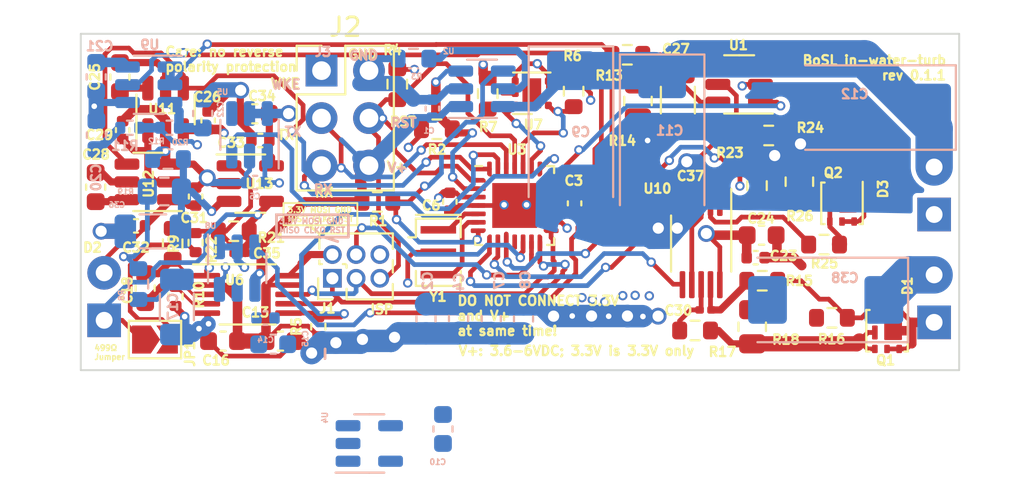
<source format=kicad_pcb>
(kicad_pcb (version 20221018) (generator pcbnew)
  (title_block (title "In water turbidity sensor PCB") (date "2023-08-11") (rev "0.1.0") (company "Monash"))
  (layers (0 "F.Cu" signal) (1 "In1.Cu" signal) (2 "In2.Cu" jumper) (31 "B.Cu" signal) (34 "B.Paste" user) (35 "F.Paste" user) (36 "B.SilkS" user "B.Silkscreen") (37 "F.SilkS" user "F.Silkscreen") (38 "B.Mask" user) (39 "F.Mask" user) (44 "Edge.Cuts" user))
  (net 0 "")
  (net 1 "GND")
  (net 2 "+3.3VADC")
  (net 3 "+BATT")
  (net 4 "Net-(U3-AREF)")
  (net 5 "+3.3V")
  (net 6 "LED_PWR")
  (net 7 "Net-(C17-Pad1)")
  (net 8 "Net-(U6-AINP)")
  (net 9 "Net-(U6-AINN)")
  (net 10 "Net-(U11-C1+)")
  (net 11 "Net-(U11-C1-)")
  (net 12 "Net-(C20-Pad1)")
  (net 13 "Net-(C27-Pad1)")
  (net 14 "Net-(U9A-+)")
  (net 15 "Net-(D2-A)")
  (net 16 "TIA_PWR")
  (net 17 "Net-(D2-K)")
  (net 18 "TIA_SIGNAL")
  (net 19 "TIA_BIAS")
  (net 20 "Net-(U12-C1+)")
  (net 21 "Net-(U12-C1-)")
  (net 22 "Net-(D1-K)")
  (net 23 "Net-(D3-K)")
  (net 24 "MISO")
  (net 25 "CLKO")
  (net 26 "MOSI")
  (net 27 "RST")
  (net 28 "TX")
  (net 29 "RX")
  (net 30 "Net-(Q1-G)")
  (net 31 "Net-(Q1-S-Pad4)")
  (net 32 "Net-(Q2-G)")
  (net 33 "Net-(Q2-S-Pad4)")
  (net 34 "LED_DIGITAL_SIGNAL")
  (net 35 "LED_ANALOG_SIGNAL")
  (net 36 "LED_PWR_EN")
  (net 37 "LED_PWR_FAULT")
  (net 38 "Net-(U2-ILM)")
  (net 39 "Net-(U3-XTAL1{slash}PB6)")
  (net 40 "Net-(U3-XTAL2{slash}PB7)")
  (net 41 "LED_2_EN")
  (net 42 "LED_1_EN")
  (net 43 "Net-(U11-VOUT)")
  (net 45 "SS")
  (net 47 "REF_EN")
  (net 48 "TIA_PWR_EN")
  (net 49 "SDA")
  (net 50 "SCL")
  (net 51 "NEG_VOLT_EN")
  (net 54 "WKE")
  (net 55 "Net-(C30-Pad1)")
  (net 56 "Net-(U10B--)")
  (net 57 "Net-(U10A--)")
  (net 58 "Net-(C37-Pad2)")
  (net 59 "Net-(JP1-B)")
  (net 60 "Net-(U8-VREF)")
  (net 61 "REF_BUFFER_EN")
  (net 63 "WRE")
  (footprint "Resistor_SMD:R_0603_1608Metric" (layer "F.Cu") (at 108.186107 110.563839 180)
    (fp_text reference "R21")
    (fp_text value "3K")
  )
  (footprint "Crystal:Resonator_SMD_Murata_CSTxExxV-3Pin_3.0x1.1mm" (layer "F.Cu") (at 119.13219 111.689158 -90)
    (fp_text reference "Y1")
    (fp_text value "8Mhz")
  )
  (footprint "Capacitor_SMD:C_0201_0603Metric" (layer "F.Cu") (at 134.101227 107.62424)
    (fp_text reference "C37")
    (fp_text value "180pF")
  )
  (footprint "Connector_PinHeader_1.27mm:PinHeader_2x03_P1.27mm_Vertical" (layer "F.Cu") (at 113.462636 113.082428 90)
    (fp_text reference "J1")
    (fp_text value "Conn_02x03_Odd_Even")
  )
  (footprint "Capacitor_SMD:C_0603_1608Metric" (layer "F.Cu") (at 136.42918 110.775743)
    (fp_text reference "C24")
    (fp_text value "10uF")
  )
  (footprint "Resistor_SMD:R_0603_1608Metric" (layer "F.Cu") (at 104.918161 111.240113 -90)
    (fp_text reference "R9")
    (fp_text value "25")
  )
  (footprint "Resistor_SMD:R_0603_1608Metric" (layer "F.Cu") (at 140.190356 115.197936 180)
    (fp_text reference "R16")
    (fp_text value "10k")
  )
  (footprint "Resistor_SMD:R_0402_1005Metric" (layer "F.Cu") (at 106.146696 111.175398 -90)
    (fp_text reference "R22")
    (fp_text value "499")
  )
  (footprint "Capacitor_SMD:C_0402_1005Metric" (layer "F.Cu") (at 102.956475 110.277288 180)
    (fp_text reference "C32")
    (fp_text value "100nF")
  )
  (footprint "Package_SON:WSON-6-1EP_2x2mm_P0.65mm_EP1x1.6mm" (layer "F.Cu") (at 124.132782 103.182709 180)
    (fp_text reference "U7")
    (fp_text value "TMP117xxDRV")
  )
  (footprint "Capacitor_SMD:C_0402_1005Metric" (layer "F.Cu") (at 106.814972 104.638553 90)
    (fp_text reference "C26")
    (fp_text value "2.2uF")
  )
  (footprint "Capacitor_SMD:C_0201_0603Metric" (layer "F.Cu") (at 108.5 111.741428 180)
    (fp_text reference "C35")
    (fp_text value "15pF")
  )
  (footprint "Resistor_SMD:R_0603_1608Metric" (layer "F.Cu") (at 116.93481 102.695807 -90)
    (fp_text reference "R4")
    (fp_text value "10k")
  )
  (footprint "Resistor_SMD:R_0603_1608Metric" (layer "F.Cu") (at 115.86834 108.994719)
    (fp_text reference "R1")
    (fp_text value "100K")
  )
  (footprint "LED_THT:LED_D5.0mm" (layer "F.Cu") (at 145.659784 109.669454 90)
    (fp_text reference "D3")
    (fp_text value "TSAL6200")
  )
  (footprint "Capacitor_SMD:C_0201_0603Metric" (layer "F.Cu") (at 133.4294 114.774286 180)
    (fp_text reference "C30")
    (fp_text value "180pF")
  )
  (footprint "Capacitor_SMD:C_0603_1608Metric" (layer "F.Cu") (at 102.096082 102.316824 -90)
    (fp_text reference "C25")
    (fp_text value "1uF")
  )
  (footprint "Capacitor_SMD:C_0603_1608Metric" (layer "F.Cu") (at 109.312775 104.279415 180)
    (fp_text reference "C34")
    (fp_text value "10uF")
  )
  (footprint "Capacitor_SMD:C_0402_1005Metric" (layer "F.Cu") (at 109.61021 105.708435 180)
    (fp_text reference "C33")
    (fp_text value "100nF")
  )
  (footprint "Package_SO:VSSOP-10_3x3mm_P0.5mm" (layer "F.Cu") (at 133.193215 111.224479 -90)
    (fp_text reference "U10")
    (fp_text value "OPA2320_S")
  )
  (footprint "Capacitor_SMD:C_0603_1608Metric" (layer "F.Cu") (at 103.446605 113.609052 -90)
    (fp_text reference "C18")
    (fp_text value "470pF")
  )
  (footprint "Capacitor_SMD:C_0402_1005Metric" (layer "F.Cu") (at 119.746465 108.986034 -90)
    (fp_text reference "C6")
    (fp_text value "100nF")
  )
  (footprint "Capacitor_SMD:C_0402_1005Metric" (layer "F.Cu") (at 106.144051 108.709014 90)
    (fp_text reference "C31")
    (fp_text value "2.2uF")
  )
  (footprint "Package_TO_SOT_SMD:SOT-23-6" (layer "F.Cu") (at 103.610034 107.925397 180)
    (fp_text reference "U12")
    (fp_text value "LM2776")
  )
  (footprint "Capacitor_SMD:C_0402_1005Metric" (layer "F.Cu") (at 136.109483 111.978319)
    (fp_text reference "C23")
    (fp_text value "100nF")
  )
  (footprint "LED_THT:LED_D5.0mm_IRGrey" (layer "F.Cu") (at 101.251799 115.329787 90)
    (fp_text reference "D2")
    (fp_text value "SFH203FA")
  )
  (footprint "Capacitor_SMD:C_0603_1608Metric" (layer "F.Cu") (at 107.612044 116.44284 180)
    (fp_text reference "C16")
    (fp_text value "1uF")
  )
  (footprint "Package_SON:Texas_DQK" (layer "F.Cu") (at 140.728652 109.070255 -90)
    (fp_text reference "Q2")
    (fp_text value "CSD16301Q2")
  )
  (footprint "Resistor_SMD:R_0805_2012Metric" (layer "F.Cu") (at 138.449462 107.913238 90)
    (fp_text reference "R26")
    (fp_text value "470m")
  )
  (footprint "Resistor_SMD:R_0603_1608Metric" (layer "F.Cu") (at 126.371024 103.073558 90)
    (fp_text reference "R6")
    (fp_text value "4.7K")
  )
  (footprint "Resistor_SMD:R_0603_1608Metric" (layer "F.Cu") (at 136.808349 105.441549)
    (fp_text reference "R24")
    (fp_text value "10k")
  )
  (footprint "Capacitor_SMD:C_0402_1005Metric" (layer "F.Cu") (at 126.421689 109.072343 90)
    (fp_text reference "C3")
    (fp_text value "100nF")
  )
  (footprint "Capacitor_SMD:C_0603_1608Metric" (layer "F.Cu") (at 100.79873 108.207386 -90)
    (fp_text reference "C28")
    (fp_text value "1uF")
  )
  (footprint "Resistor_SMD:R_0603_1608Metric" (layer "F.Cu") (at 136.181014 108.127063 -90)
    (fp_text reference "R23")
    (fp_text value "10")
  )
  (footprint "Package_TO_SOT_SMD:SOT-23-5" (layer "F.Cu") (at 109.069622 108.016341)
    (fp_text reference "U13")
    (fp_text value "OPA328")
  )
  (footprint "Resistor_SMD:R_0603_1608Metric" (layer "F.Cu") (at 139.770196 111.27944 180)
    (fp_text reference "R25")
    (fp_text value "470")
  )
  (footprint "Capacitor_SMD:C_1206_3216Metric" (layer "F.Cu") (at 131.947378 103.549239 -90)
    (fp_text reference "C27")
    (fp_text value "100nF")
  )
  (footprint "Package_SO:VSSOP-10_3x3mm_P0.5mm" (layer "F.Cu") (at 108.931668 113.944565)
    (fp_text reference "U6")
    (fp_text value "ADS8862")
  )
  (footprint "Resistor_SMD:R_0603_1608Metric" (layer "F.Cu") (at 129.243257 101.123055)
    (fp_text reference "R13")
    (fp_text value "47k")
  )
  (footprint "Resistor_SMD:R_0805_2012Metric" (layer "F.Cu") (at 135.925761 115.675137 90)
    (fp_text reference "R18")
    (fp_text value "470m")
  )
  (footprint "Jumper:SolderJumper-2_P1.3mm_Open_TrianglePad1.0x1.5mm" (layer "F.Cu") (at 103.971077 116.360263)
    (fp_text reference "JP1")
    (fp_text value "SolderJumper_2_Open")
  )
  (footprint "LED_THT:LED_D5.0mm" (layer "F.Cu") (at 145.658563 115.439646 90)
    (fp_text reference "D1")
    (fp_text value "TSAL6200")
  )
  (footprint "Package_SON:Texas_DQK" (layer "F.Cu") (at 143.13824 115.886426 -90)
    (fp_text reference "Q1")
    (fp_text value "CSD16301Q2")
  )
  (footprint "Resistor_SMD:R_0603_1608Metric" (layer "F.Cu") (at 132.868537 115.874549 180)
    (fp_text reference "R17")
    (fp_text value "470")
  )
  (footprint "Resistor_SMD:R_0402_1005Metric" (layer "F.Cu") (at 112.709307 115.672126 90)
    (fp_text reference "R5")
    (fp_text value "4.7K")
  )
  (footprint "Package_DFN_QFN:QFN-28-1EP_4x4mm_P0.45mm_EP2.4x2.4mm" (layer "F.Cu") (at 123.216412 109.187195)
    (fp_text reference "U3")
    (fp_text value "ATmega328P-MM")
  )
  (footprint "Capacitor_SMD:C_0603_1608Metric" (layer "F.Cu") (at 110.684763 116.441517)
    (fp_text reference "C13")
    (fp_text value "1uF")
  )
  (footprint "Package_TO_SOT_SMD:SOT-23-6" (layer "F.Cu") (at 135.227282 102.708484 180)
    (fp_text reference "U1")
    (fp_text value "TMUX1119")
  )
  (footprint "Resistor_SMD:R_0603_1608Metric" (layer "F.Cu") (at 119.055237 105.108097 180)
    (fp_text reference "R2")
    (fp_text value "100K")
  )
  (footprint "Capacitor_SMD:C_0402_1005Metric" (layer "F.Cu") (at 102.241463 105.152017 90)
    (fp_text reference "C29")
    (fp_text value "2.2uF")
  )
  (footprint "Connector_PinHeader_2.54mm:PinHeader_2x03_P2.54mm_Vertical" (layer "F.Cu") (at 112.882385 101.971633)
    (fp_text reference "J2")
    (fp_text value "Conn_02x03_Odd_Even")
  )
  (footprint "Resistor_SMD:R_0603_1608Metric" (layer "F.Cu") (at 136.462443 113.213108 180)
    (fp_text reference "R15")
    (fp_text value "10")
  )
  (footprint "Package_TO_SOT_SMD:SOT-23-6" (layer "F.Cu") (at 104.538579 104.045413 90)
    (fp_text reference "U11")
    (fp_text value "LM2776")
  )
  (footprint "Resistor_SMD:R_0402_1005Metric" (layer "F.Cu") (at 105.071981 114.051394 90)
    (fp_text reference "R10")
    (fp_text value "25")
  )
  (footprint "Resistor_SMD:R_0805_2012Metric" (layer "F.Cu") (at 129.814085 103.595245 -90)
    (fp_text reference "R14")
    (fp_text value "3.57k")
  )
  (footprint "Resistor_SMD:R_0603_1608Metric" (layer "F.Cu") (at 121.775099 103.204186 90)
    (fp_text reference "R7")
    (fp_text value "4.7K")
  )
  (footprint "Resistor_SMD:R_0603_1608Metric" (layer "B.Cu") (at 117.801044 101.328006 180)
    (fp_text reference "R3")
    (fp_text value "32K")
  )
  (footprint "Capacitor_Tantalum_SMD:CP_EIA-7343-43_Kemet-X" (layer "B.Cu") (at 126.225915 105.085373 -90)
    (fp_text reference "C9")
    (fp_text value "220uF")
  )
  (footprint "Package_TO_SOT_SMD:SOT-23-5" (layer "B.Cu") (at 115.4375 121.92)
    (fp_text reference "U4")
    (fp_text value "TPS7A02")
  )
  (footprint "Capacitor_SMD:C_0603_1608Metric" (layer "B.Cu") (at 121.964792 115.239237 -90)
    (fp_text reference "C7")
    (fp_text value "10uF")
  )
  (footprint "Capacitor_SMD:C_1206_3216Metric" (layer "B.Cu") (at 103.85946 110.570944 180)
    (fp_text reference "C36")
    (fp_text value "100nF")
  )
  (footprint "Capacitor_SMD:C_0603_1608Metric" (layer "B.Cu") (at 119.38 121.145 90)
    (fp_text reference "C10")
    (fp_text value "1uf")
  )
  (footprint "Capacitor_SMD:C_0402_1005Metric" (layer "B.Cu") (at 109.331509 107.958882 180)
    (fp_text reference "C5")
    (fp_text value "100nF")
  )
  (footprint "Package_TO_SOT_SMD:SOT-23-6" (layer "B.Cu") (at 103.637185 102.726533 180)
    (fp_text reference "U9")
    (fp_text value "OPA320_S")
  )
  (footprint "Capacitor_SMD:C_1206_3216Metric" (layer "B.Cu") (at 105.143348 114.617248 -90)
    (fp_text reference "C17")
    (fp_text value "22uF")
  )
  (footprint "Capacitor_SMD:C_0603_1608Metric" (layer "B.Cu") (at 100.826698 102.306588 -90)
    (fp_text reference "C21")
    (fp_text value "1uF")
  )
  (footprint "Capacitor_SMD:C_0603_1608Metric" (layer "B.Cu") (at 106.524944 104.263488 90)
    (fp_text reference "C22")
    (fp_text value "1uF")
  )
  (footprint "Capacitor_Tantalum_SMD:CP_EIA-7343-43_Kemet-X" (layer "B.Cu") (at 131.107077 105.519946 -90)
    (fp_text reference "C11")
    (fp_text value "220uF")
  )
  (footprint "Capacitor_SMD:C_0603_1608Metric" (layer "B.Cu") (at 118.471004 115.254168 -90)
    (fp_text reference "C2")
    (fp_text value "10uF")
  )
  (footprint "Package_TO_SOT_SMD:SOT-23-6" (layer "B.Cu") (at 121.467917 102.945681)
    (fp_text reference "U2")
    (fp_text value "TPS2552")
  )
  (footprint "Resistor_SMD:R_0805_2012Metric" (layer "B.Cu") (at 104.474562 108.440203)
    (fp_text reference "R19")
    (fp_text value "100k")
  )
  (footprint "Package_TO_SOT_SMD:SOT-23-6" (layer "B.Cu") (at 109.030397 105.405765 90)
    (fp_text reference "U5")
    (fp_text value "TPS22917DBV")
  )
  (footprint "Capacitor_SMD:C_0603_1608Metric" (layer "B.Cu") (at 120.210432 115.231772 -90)
    (fp_text reference "C4")
    (fp_text value "10uF")
  )
  (footprint "Resistor_SMD:R_0402_1005Metric" (layer "B.Cu") (at 104.74502 105.028794 180)
    (fp_text reference "R12")
    (fp_text value "1k")
  )
  (footprint "Capacitor_SMD:C_0603_1608Metric" (layer "B.Cu") (at 123.68929 115.254168 -90)
    (fp_text reference "C8")
    (fp_text value "10uF")
  )
  (footprint "Capacitor_Tantalum_SMD:CP_EIA-7343-43_Kemet-X" (layer "B.Cu") (at 139.855671 114.240506 180)
    (fp_text reference "C38")
    (fp_text value "100uF")
  )
  (footprint "Capacitor_Tantalum_SMD:CP_EIA-7343-43_Kemet-X" (layer "B.Cu") (at 142.411073 103.946351 180)
    (fp_text reference "C12")
    (fp_text value "100uF")
  )
  (footprint "Capacitor_SMD:C_0402_1005Metric" (layer "B.Cu") (at 118.812232 104.005075 90)
    (fp_text reference "C1")
    (fp_text value "100nF" hide)
  )
  (footprint "Capacitor_SMD:C_0402_1005Metric" (layer "B.Cu") (at 109.885677 115.214312)
    (fp_text reference "C14")
    (fp_text value "100nF")
  )
  (footprint "Resistor_SMD:R_0603_1608Metric" (layer "B.Cu") (at 103.084026 113.391953 90)
    (fp_text reference "R8")
    (fp_text value "0.22")
  )
  (footprint "Resistor_SMD:R_0402_1005Metric" (layer "B.Cu") (at 102.624799 105.028794 180)
    (fp_text reference "R11")
    (fp_text value "0.22")
  )
  (footprint "Capacitor_SMD:C_0603_1608Metric" (layer "B.Cu") (at 110.297288 116.610491)
    (fp_text reference "C15")
    (fp_text value "10uF")
  )
  (footprint "Package_TO_SOT_SMD:SOT-23-6" (layer "B.Cu") (at 108.368274 112.53899 -90)
    (fp_text reference "U8")
    (fp_text value "REF35")
  )
  (footprint "Resistor_SMD:R_0603_1608Metric" (layer "B.Cu") (at 104.66576 106.703204 180)
    (fp_text reference "R20")
    (fp_text value "3.16k")
  )
  (footprint "Capacitor_SMD:C_0603_1608Metric" (layer "B.Cu") (at 100.837893 105.422969 90)
    (fp_text reference "C20")
    (fp_text value "10uF")
  )
  (gr_rect (start 110.473247 109.684175) (end 114.32041 110.879915) (stroke (width 0.15)) (fill none) (layer "B.SilkS"))
  (gr_line (start 113.072987 116.864133) (end 113.068464 117.376961) (stroke (width 0.15)) (layer "B.SilkS"))
  (gr_line (start 113.03 110.879915) (end 113.748534 111.113864) (stroke (width 0.15)) (layer "B.SilkS"))
  (gr_line (start 112.767636 110.682428) (end 112.233449 110.27277) (stroke (width 0.15)) (layer "F.SilkS"))
  (gr_rect (start 110.847694 109.055369) (end 114.798834 110.242444) (stroke (width 0.1)) (fill none) (layer "F.SilkS"))
  (gr_rect (start 100 100) (end 147 118) (stroke (width 0.1)) (fill none) (layer "Edge.Cuts"))
  (gr_text "RX" (at 112.396132 108.62357) (layer "B.SilkS") (effects (font (size 0.5 0.5) (thickness 0.125)) (justify left bottom)))
  (gr_text "3.3V MOSI GND\nMISO CLKO RST" (at 110.577224 110.684957) (layer "B.SilkS") (effects (font (size 0.3 0.3) (thickness 0.075)) (justify left bottom)))
  (gr_text "RST" (at 116.527778 105.062944) (layer "B.SilkS") (effects (font (size 0.5 0.5) (thickness 0.125)) (justify left bottom)))
  (gr_text "GND" (at 114.294683 101.459322) (layer "B.SilkS") (effects (font (size 0.5 0.5) (thickness 0.125)) (justify left bottom)))
  (gr_text "WKE" (at 110.147478 103.007153) (layer "B.SilkS") (effects (font (size 0.5 0.5) (thickness 0.125)) (justify left bottom)))
  (gr_text "J3" (at 112.961224 100.9657) (layer "B.SilkS") (effects (font (size 0.5 0.5) (thickness 0.125))))
  (gr_text "TX" (at 110.845025 105.541216) (layer "B.SilkS") (effects (font (size 0.5 0.5) (thickness 0.125)) (justify left bottom)))
  (gr_text "V+" (at 116.361224 107.4657) (layer "B.SilkS") (effects (font (size 0.5 0.5) (thickness 0.125)) (justify left bottom)))
  (gr_text "3.3V MOSI GND\nMISO CLKO RST" (at 111.024712 110.080589) (layer "F.SilkS") (effects (font (size 0.3 0.3) (thickness 0.075)) (justify left bottom)))
  (gr_text "RX" (at 112.44824 108.788045) (layer "F.SilkS") (effects (font (size 0.5 0.5)) (justify left bottom)))
  (gr_text "ISP" (at 115.422587 115.03481) (layer "F.SilkS") (effects (font (size 0.5 0.5)) (justify left bottom)))
  (gr_text "DO NOT CONNECT 3.3V\nand V+\nat same time!" (at 120.090109 116.187202) (layer "F.SilkS") (effects (font (size 0.5 0.5) (thickness 0.125)) (justify left bottom)))
  (gr_text "RST" (at 116.466554 104.997244) (layer "F.SilkS") (effects (font (size 0.5 0.5)) (justify left bottom)))
  (gr_text "BoSL in-water-turb\nrev 0.1.1\n" (at 146.362522 102.515848) (layer "F.SilkS") (effects (font (size 0.5 0.5) (thickness 0.125)) (justify right bottom)))
  (gr_text "V+" (at 116.3 107.4) (layer "F.SilkS") (effects (font (size 0.5 0.5)) (justify left bottom)))
  (gr_text "WKE" (at 110.086254 102.941453) (layer "F.SilkS") (effects (font (size 0.5 0.5)) (justify left bottom)))
  (gr_text "V+: 3.6-6VDC; 3.3V is 3.3V only" (at 120.150446 117.255993) (layer "F.SilkS") (effects (font (size 0.5 0.5) (thickness 0.125)) (justify left bottom)))
  (gr_text "GND" (at 114.233459 101.393622) (layer "F.SilkS") (effects (font (size 0.5 0.5)) (justify left bottom)))
  (gr_text "TX" (at 110.45534 105.703383) (layer "F.SilkS") (effects (font (size 0.5 0.5)) (justify left bottom)))
  (gr_text "499Ω\nJumper" (at 100.692026 117.467587) (layer "F.SilkS") (effects (font (size 0.3 0.3) (thickness 0.075)) (justify left bottom)))
  (gr_text "Care: no reverse\npolarity protection" (at 104.459312 102.054901) (layer "F.SilkS") (effects (font (size 0.5 0.5) (thickness 0.125)) (justify left bottom)))
  (segment (start 137.613505 107.000738) (end 137.128358 106.515591) (width 0.508) (layer "F.Cu") (net 1))
  (segment (start 104.538579 106.766442) (end 104.538579 106.282458) (width 0.508) (layer "F.Cu") (net 1))
  (segment (start 104.538579 106.282458) (end 104.538579 105.182913) (width 0.508) (layer "F.Cu") (net 1))
  (segment (start 105.071981 114.561394) (end 105.071981 114.63924) (width 0.381) (layer "F.Cu") (net 1))
  (segment (start 132.477315 106.928428) (end 132.423771 106.874884) (width 0.8128) (layer "F.Cu") (net 1))
  (segment (start 110.65844 117.24284) (end 111.459763 116.441517) (width 0.25) (layer "F.Cu") (net 1))
  (segment (start 106.731668 115.411094) (end 106.837044 115.51647) (width 0.25) (layer "F.Cu") (net 1))
  (segment (start 131.947378 105.024239) (end 130.330579 105.024239) (width 0.25) (layer "F.Cu") (net 1))
  (segment (start 102.188614 110.565149) (end 102.452545 110.301218) (width 0.8128) (layer "F.Cu") (net 1))
  (segment (start 107.950005 103.02352) (end 108.559432 103.02352) (width 0.508) (layer "F.Cu") (net 1))
  (segment (start 121.266412 109.187195) (end 120.212805 109.187195) (width 0.25) (layer "F.Cu") (net 1))
  (segment (start 107.080683 108.016341) (end 106.770139 107.705797) (width 0.381) (layer "F.Cu") (net 1))
  (segment (start 125.66442 109.187195) (end 125.166412 109.187195) (width 0.25) (layer "F.Cu") (net 1))
  (segment (start 137.128358 105.94654) (end 137.633349 105.441549) (width 0.508) (layer "F.Cu") (net 1))
  (segment (start 119.933966 109.466034) (end 119.746465 109.466034) (width 0.25) (layer "F.Cu") (net 1))
  (segment (start 107.932122 108.016341) (end 107.080683 108.016341) (width 0.381) (layer "F.Cu") (net 1))
  (segment (start 108.537775 104.279415) (end 108.537775 103.045177) (width 0.381) (layer "F.Cu") (net 1))
  (segment (start 107.637044 117.24284) (end 110.65844 117.24284) (width 0.25) (layer "F.Cu") (net 1))
  (segment (start 111.459763 116.441517) (end 111.709977 116.441517) (width 0.508) (layer "F.Cu") (net 1))
  (segment (start 108.537775 103.045177) (end 108.559432 103.02352) (width 0.381) (layer "F.Cu") (net 1))
  (segment (start 102.452545 110.301218) (end 102.452545 110.277288) (width 0.8128) (layer "F.Cu") (net 1))
  (segment (start 105.56034 115.127599) (end 105.56034 115.049753) (width 0.1524) (layer "F.Cu") (net 1))
  (segment (start 126.259272 108.592343) (end 125.66442 109.187195) (width 0.25) (layer "F.Cu") (net 1))
  (segment (start 106.837044 115.51647) (end 106.837044 115.044957) (width 0.25) (layer "F.Cu") (net 1))
  (segment (start 106.837044 116.44284) (end 106.837044 115.51647) (width 0.25) (layer "F.Cu") (net 1))
  (segment (start 136.589483 111.978319) (end 137.25 111.978319) (width 0.508) (layer "F.Cu") (net 1))
  (segment (start 138.449462 107.000738) (end 138.449462 105.951023) (width 0.508) (layer "F.Cu") (net 1))
  (segment (start 111.709977 116.441517) (end 112.350618 117.082158) (width 0.508) (layer "F.Cu") (net 1))
  (segment (start 106.837044 116.44284) (end 107.637044 117.24284) (width 0.25) (layer "F.Cu") (net 1))
  (segment (start 106.039739 106.975397) (end 104.747534 106.975397) (width 0.381) (layer "F.Cu") (net 1))
  (segment (start 122.612805 109.187195) (end 121.266412 109.187195) (width 0.25) (layer "F.Cu") (net 1))
  (segment (start 138.059908 105.441549) (end 138.509422 105.891063) (width 0.508) (layer "F.Cu") (net 1))
  (segment (start 109.13021 105.33021) (end 109.13021 105.708435) (width 0.381) (layer "F.Cu") (net 1))
  (segment (start 129.814085 105.19393) (end 130.329681 105.709526) (width 0.25) (layer "F.Cu") (net 1))
  (segment (start 138.149791 111.978319) (end 138.575957 112.404485) (width 0.508) (layer "F.Cu") (net 1))
  (segment (start 125.020282 102.532709) (end 125.020282 102.196436) (width 0.25) (layer "F.Cu") (net 1))
  (segment (start 108.537775 104.279415) (end 108.537775 104.737775) (width 0.381) (layer "F.Cu") (net 1))
  (segment (start 125.166412 109.187195) (end 123.887195 109.187195) (width 0.25) (layer "F.Cu") (net 1))
  (segment (start 123.245282 102.120209) (end 123.76392 101.601571) (width 0.25) (layer "F.Cu") (net 1))
  (segment (start 106.814972 104.158553) (end 107.950005 103.02352) (width 0.508) (layer "F.Cu") (net 1))
  (segment (start 106.246922 108.229014) (end 106.770139 107.705797) (width 0.381) (layer "F.Cu") (net 1))
  (segment (start 123.76392 101.601571) (end 124.425417 101.601571) (width 0.25) (layer "F.Cu") (net 1))
  (segment (start 103.988764 104.066413) (end 104.538579 104.616228) (width 0.508) (layer "F.Cu") (net 1))
  (segment (start 129.814085 104.507745) (end 129.814085 105.19393) (width 0.25) (layer "F.Cu") (net 1))
  (segment (start 101.089244 110.565149) (end 102.188614 110.565149) (width 0.8128) (layer "F.Cu") (net 1))
  (segment (start 138.449462 105.951023) (end 138.509422 105.891063) (width 0.508) (layer "F.Cu") (net 1))
  (segment (start 125.020282 103.182709) (end 125.020282 102.532709) (width 0.25) (layer "F.Cu") (net 1))
  (segment (start 102.847067 104.066413) (end 103.988764 104.066413) (width 0.508) (layer "F.Cu") (net 1))
  (segment (start 106.731668 114.944565) (end 106.731668 115.411094) (width 0.25) (layer "F.Cu") (net 1))
  (segment (start 138.449462 107.000738) (end 137.613505 107.000738) (width 0.508) (layer "F.Cu") (net 1))
  (segment (start 120.212805 109.187195) (end 119.933966 109.466034) (width 0.25) (layer "F.Cu") (net 1))
  (segment (start 137.633349 105.441549) (end 138.059908 105.441549) (width 0.508) (layer "F.Cu") (net 1))
  (segment (start 132.423771 106.874884) (end 132.423771 106.844088) (width 0.8128) (layer "F.Cu") (net 1))
  (segment (start 105.071981 114.63924) (end 105.56034 115.127599) (width 0.381) (layer "F.Cu") (net 1))
  (segment (start 134.562999 101.758484) (end 134.089782 101.758484) (width 0.25) (layer "F.Cu") (net 1))
  (segment (start 132.693215 107.156321) (end 132.693215 109.024479) (width 0.254) (layer "F.Cu") (net 1))
  (segment (start 117.4948 113.332928) (end 117.4948 112.0052) (width 0.25) (layer "F.Cu") (net 1))
  (segment (start 108.48534 103.097612) (end 108.559432 103.02352) (width 0.25) (layer "F.Cu") (net 1))
  (segment (start 123.245282 102.532709) (end 123.245282 102.120209) (width 0.25) (layer "F.Cu") (net 1))
  (segment (start 132.693215 107.156321) (end 132.693215 108.141162) (width 0.381) (layer "F.Cu") (net 1))
  (segment (start 111.459763 116.441517) (end 111.555369 116.441517) (width 0.25) (layer "F.Cu") (net 1))
  (segment (start 102.241463 104.672017) (end 102.847067 104.066413) (width 0.508) (layer "F.Cu") (net 1))
  (segment (start 137.25 111.978319) (end 138.149791 111.978319) (width 0.508) (layer "F.Cu") (net 1))
  (segment (start 125.020282 102.196436) (end 124.425417 101.601571) (width 0.25) (layer "F.Cu") (net 1))
  (segment (start 106.770139 107.705797) (end 106.039739 106.975397) (width 0.381) (layer "F.Cu") (net 1))
  (segment (start 117.4948 112.0052) (end 117.810842 111.689158) (width 0.25) (layer "F.Cu") (net 1))
  (segment (start 117.810842 111.689158) (end 119.13219 111.689158) (width 0.25) (layer "F.Cu") (net 1))
  (segment (start 104.747534 106.975397) (end 104.538579 106.766442) (width 0.508) (layer "F.Cu") (net 1))
  (segment (start 118.230237 105.380189) (end 117.530213 106.080213) (width 0.254) (layer "F.Cu") (net 1))
  (segment (start 137.25 111.978319) (end 137.25 110.821563) (width 0.508) (layer "F.Cu") (net 1))
  (segment (start 137.128358 106.515591) (end 137.128358 105.94654) (width 0.508) (layer "F.Cu") (net 1))
  (segment (start 104.538579 104.616228) (end 104.538579 105.182913) (width 0.508) (layer "F.Cu") (net 1))
  (segment (start 108.537775 104.737775) (end 109.13021 105.33021) (width 0.381) (layer "F.Cu") (net 1))
  (segment (start 130.330579 105.024239) (end 129.814085 104.507745) (width 0.25) (layer "F.Cu") (net 1))
  (via (at 131.916497 110.4) (size 0.9) (drill 0.6) (layers "F.Cu" "B.Cu") (net 1))
  (via (at 105.56034 115.127599) (size 0.5) (drill 0.3) (layers "F.Cu" "B.Cu") (net 1))
  (via (at 108.760183 112.496848) (size 0.5) (drill 0.3) (layers "F.Cu" "B.Cu") (net 1))
  (via (at 116.788279 116.241529) (size 0.9) (drill 0.6) (layers "F.Cu" "B.Cu") (net 1))
  (via (at 106.770139 107.705797) (size 0.9) (drill 0.6) (layers "F.Cu" "B.Cu") (net 1))
  (via (at 117.530213 106.080213) (size 0.5) (drill 0.3) (layers "F.Cu" "B.Cu") (net 1))
  (via (at 130.329681 105.709526) (size 0.5) (drill 0.3) (layers "F.Cu" "B.Cu") (net 1))
  (via (at 104.538579 106.282458) (size 0.5) (drill 0.3) (layers "F.Cu" "B.Cu") (net 1))
  (via (at 138.509422 105.891063) (size 0.9) (drill 0.6) (layers "F.Cu" "B.Cu") (net 1))
  (via (at 137.128358 106.515591) (size 0.9) (drill 0.6) (layers "F.Cu" "B.Cu") (net 1))
  (via (at 112.350618 117.082158) (size 0.9) (drill 0.6) (layers "F.Cu" "B.Cu") (net 1))
  (via (at 124.425417 101.601571) (size 0.5) (drill 0.3) (layers "F.Cu" "B.Cu") (net 1))
  (via (at 115.072664 116.349241) (size 0.9) (drill 0.6) (layers "F.Cu" "B.Cu") (net 1))
  (via (at 100.721582 103.877379) (size 0.5) (drill 0.3) (layers "F.Cu" "B.Cu") (net 1))
  (via (at 122.65 109.15) (size 0.5) (drill 0.3) (layers "F.Cu" "B.Cu") (net 1))
  (via (at 106.324681 115.776259) (size 0.5) (drill 0.3) (layers "F.Cu" "B.Cu") (net 1))
  (via (at 117.4948 113.332928) (size 0.5) (drill 0.3) (layers "F.Cu" "B.Cu") (net 1))
  (via (at 113.649707 116.528813) (size 0.9) (drill 0.6) (layers "F.Cu" "B.Cu") (net 1))
  (via (at 108.559432 103.02352) (size 0.9) (drill 0.6) (layers "F.Cu" "B.Cu") (net 1))
  (via (at 132.423771 106.844088) (size 0.9) (drill 0.6) (layers "F.Cu" "B.Cu") (net 1))
  (via (at 106.837044 115.51647) (size 0.5) (drill 0.3) (layers "F.Cu" "B.Cu") (net 1))
  (via (at 101.089244 110.565149) (size 0.9) (drill 0.6) (layers "F.Cu" "B.Cu") (net 1))
  (via (at 123.85 109.15) (size 0.5) (drill 0.3) (layers "F.Cu" "B.Cu") (net 1))
  (via (at 130.9 110.4) (size 0.9) (drill 0.6) (layers "F.Cu" "B.Cu") (net 1))
  (segment (start 117.00064 116.029168) (end 116.788279 116.241529) (width 1.2) (layer "B.Cu") (net 1))
  (segment (start 112.931748 116.501028) (end 112.350618 117.082158) (width 1.2) (layer "B.Cu") (net 1))
  (segment (start 106.685127 103.488488) (end 107.174252 102.999365) (width 0.8128) (layer "B.Cu") (net 1))
  (segment (start 114.93161 102.661401) (end 114.93161 102.16839) (width 0.381) (layer "B.Cu") (net 1))
  (segment (start 100.922428 103.676533) (end 102.499685 103.676533) (width 0.381) (layer "B.Cu") (net 1))
  (segment (start 107.174252 102.999365) (end 108.543708 102.999365) (width 0.8128) (layer "B.Cu") (net 1))
  (segment (start 108.543708 102.999365) (end 108.563648 103.019305) (width 0.8128) (layer "B.Cu") (net 1))
  (segment (start 100.721582 103.877379) (end 100.922428 103.676533) (width 0.381) (layer "B.Cu") (net 1))
  (segment (start 108.368274 112.104939) (end 108.760183 112.496848) (width 0.381) (layer "B.Cu") (net 1))
  (segment (start 107.008882 107.958882) (end 108.851509 107.958882) (width 0.381) (layer "B.Cu") (net 1))
  (segment (start 116.597879 116.431929) (end 115.072664 116.431929) (width 1.2) (layer "B.Cu") (net 1))
  (segment (start 113.649707 116.528813) (end 114.97578 116.528813) (width 1.2) (layer "B.Cu") (net 1))
  (segment (start 113.649707 116.528813) (end 112.903963 116.528813) (width 1.2) (layer "B.Cu") (net 1))
  (segment (start 101.089244 110.565149) (end 102.378665 110.565149) (width 0.8128) (layer "B.Cu") (net 1))
  (segment (start 118.812232 103.525075) (end 117.825075 103.525075) (width 0.508) (layer "B.Cu") (net 1))
  (segment (start 105.56034 115.127599) (end 105.56034 115.675256) (width 0.508) (layer "B.Cu") (net 1))
  (segment (start 118.471004 116.029168) (end 117.00064 116.029168) (width 1.2) (layer "B.Cu") (net 1))
  (segment (start 115.771994 101.328006) (end 116.976044 101.328006) (width 0.381) (layer "B.Cu") (net 1))
  (segment (start 108.368274 111.40149) (end 108.368274 112.104939) (width 0.381) (layer "B.Cu") (net 1))
  (segment (start 121.964792 116.014237) (end 120.217897 116.014237) (width 1.2) (layer "B.Cu") (net 1))
  (segment (start 109.030397 106.543265) (end 109.030397 107.319603) (width 0.254) (layer "B.Cu") (net 1))
  (segment (start 100.826698 103.081588) (end 100.826698 104.636774) (width 0.8128) (layer "B.Cu") (net 1))
  (segment (start 121.979723 116.029168) (end 121.964792 116.014237) (width 1.2) (layer "B.Cu") (net 1))
  (segment (start 106.812205 115.541309) (end 106.812205 115.51647) (width 0.8128) (layer "B.Cu") (net 1))
  (segment (start 117.8 103.5) (end 116.961401 102.661401) (width 0.8128) (layer "B.Cu") (net 1))
  (segment (start 106.524944 103.488488) (end 106.685127 103.488488) (width 0.8128) (layer "B.Cu") (net 1))
  (segment (start 114.93161 102.16839) (end 115.771994 101.328006) (width 0.381) (layer "B.Cu") (net 1))
  (segment (start 116.788279 116.241529) (end 116.597879 116.431929) (width 1.2) (layer "B.Cu") (net 1))
  (segment (start 117.825075 103.525075) (end 117.8 103.5) (width 0.508) (layer "B.Cu") (net 1))
  (segment (start 119.654319 102.945681) (end 120.330417 102.945681) (width 0.381) (layer "B.Cu") (net 1))
  (segment (start 112.903963 116.528813) (end 112.350618 117.082158) (width 1.2) (layer "B.Cu") (net 1))
  (segment (start 114.97578 116.528813) (end 115.114008 116.390585) (width 1.2) (layer "B.Cu") (net 1))
  (segment (start 105.56034 115.675256) (end 105.143348 116.092248) (width 0.508) (layer "B.Cu") (net 1))
  (segment (start 123.68929 116.029168) (end 121.979723 116.029168) (width 1.2) (layer "B.Cu") (net 1))
  (segment (start 118.471004 116.029168) (end 120.188036 116.029168) (width 1.2) (layer "B.Cu") (net 1))
  (segment (start 119.074925 103.525075) (end 119.654319 102.945681) (width 0.381) (layer "B.Cu") (net 1))
  (segment (start 105.143348 116.092248) (end 106.008692 116.092248) (width 0.8128) (layer "B.Cu") (net 1))
  (segment (start 108.851509 107.498491) (end 108.851509 107.958882) (width 0.254) (layer "B.Cu") (net 1))
  (segment (start 104.538579 106.282458) (end 104.261506 106.282458) (width 0.508) (layer "B.Cu") (net 1))
  (segment (start 109.030397 107.319603) (end 108.851509 107.498491) (width 0.254) (layer "B.Cu") (net 1))
  (segment (start 106.770139 107.720139) (end 107.008882 107.958882) (width 0.381) (layer "B.Cu") (net 1))
  (segment (start 116.788279 116.241529) (end 116.59788 116.431928) (width 1.2) (layer "B.Cu") (net 1))
  (segment (start 106.008692 116.092248) (end 106.324681 115.776259) (width 0.8128) (layer "B.Cu") (net 1))
  (segment (start 116.961401 102.661401) (end 114.93161 102.661401) (width 0.8128) (layer "B.Cu") (net 1))
  (segment (start 108.368274 111.40149) (end 107.418274 111.40149) (width 0.381) (layer "B.Cu") (net 1))
  (segment (start 100.826698 104.636774) (end 100.837893 104.647969) (width 0.8128) (layer "B.Cu") (net 1))
  (segment (start 118.812232 103.525075) (end 119.074925 103.525075) (width 0.381) (layer "B.Cu") (net 1))
  (segment (start 104.261506 106.282458) (end 103.84076 106.703204) (width 0.508) (layer "B.Cu") (net 1))
  (segment (start 106.324681 115.776259) (end 106.577255 115.776259) (width 0.8128) (layer "B.Cu") (net 1))
  (segment (start 106.577255 115.776259) (end 106.812205 115.541309) (width 0.8128) (layer "B.Cu") (net 1))
  (segment (start 120.217897 116.014237) (end 120.210432 116.006772) (width 1.2) (layer "B.Cu") (net 1))
  (segment (start 106.770139 107.705797) (end 106.770139 107.720139) (width 0.381) (layer "B.Cu") (net 1))
  (segment (start 120.188036 116.029168) (end 120.210432 116.006772) (width 1.2) (layer "B.Cu") (net 1))
  (segment (start 106.731668 112.670137) (end 106.881308 112.520497) (width 0.25) (layer "F.Cu") (net 2))
  (segment (start 130.958589 107.30868) (end 129.957258 107.30868) (width 0.25) (layer "F.Cu") (net 2))
  (segment (start 119.010004 100.580496) (end 106.796077 100.580496) (width 0.25) (layer "F.Cu") (net 2))
  (segment (start 106.796077 100.580496) (end 106.769709 100.554128) (width 0.25) (layer "F.Cu") (net 2))
  (segment (start 119.017929 100.572571) (end 119.010004 100.580496) (width 0.25) (layer "F.Cu") (net 2))
  (segment (start 128.418257 105.769679) (end 128.418257 101.123055) (width 0.25) (layer "F.Cu") (net 2))
  (segment (start 134.273303 106.645275) (end 133.898623 106.645275) (width 0.25) (layer "F.Cu") (net 2))
  (segment (start 129.957258 107.30868) (end 128.418257 105.769679) (width 0.25) (layer "F.Cu") (net 2))
  (segment (start 128.418257 101.123055) (end 127.867773 100.572571) (width 0.25) (layer "F.Cu") (net 2))
  (segment (start 135.268698 107.64067) (end 134.273303 106.645275) (width 0.25) (layer "F.Cu") (net 2))
  (segment (start 127.867773 100.572571) (end 119.017929 100.572571) (width 0.25) (layer "F.Cu") (net 2))
  (segment (start 131.490783 106.776486) (end 130.958589 107.30868) (width 0.25) (layer "F.Cu") (net 2))
  (segment (start 135.268698 108.145547) (end 135.268698 107.64067) (width 0.25) (layer "F.Cu") (net 2))
  (segment (start 106.731668 112.944565) (end 106.731668 112.670137) (width 0.25) (layer "F.Cu") (net 2))
  (via (at 131.490783 106.776486) (size 0.5) (drill 0.3) (layers "F.Cu" "B.Cu") (net 2))
  (via (at 102.295486 111.920444) (size 0.5) (drill 0.3) (layers "F.Cu" "B.Cu") (net 2))
  (via (at 106.769709 100.554128) (size 0.5) (drill 0.3) (layers "F.Cu" "B.Cu") (net 2))
  (via (at 133.898623 106.645275) (size 0.5) (drill 0.3) (layers "F.Cu" "B.Cu") (net 2))
  (via (at 106.881308 112.520497) (size 0.5) (drill 0.3) (layers "F.Cu" "B.Cu") (net 2))
  (via (at 135.268698 108.145547) (size 0.5) (drill 0.3) (layers "F.Cu" "B.Cu") (net 2))
  (segment (start 104.774685 102.726533) (end 105.326218 102.175) (width 0.25) (layer "B.Cu") (net 2))
  (segment (start 133.322436 106.069088) (end 132.102755 106.069088) (width 0.25) (layer "B.Cu") (net 2))
  (segment (start 105.326218 102.175) (end 105.326218 101.997619) (width 0.25) (layer "B.Cu") (net 2))
  (segment (start 105.326218 101.997619) (end 106.769709 100.554128) (width 0.25) (layer "B.Cu") (net 2))
  (segment (start 102.825961 111.920444) (end 103.562062 111.184343) (width 0.254) (layer "B.Cu") (net 2))
  (segment (start 103.562062 111.184343) (end 103.562062 108.440203) (width 0.254) (layer "B.Cu") (net 2))
  (segment (start 131.490783 106.68106) (end 131.490783 106.776486) (width 0.25) (layer "B.Cu") (net 2))
  (segment (start 102.437517 111.920444) (end 103.084026 112.566953) (width 0.25) (layer "B.Cu") (net 2))
  (segment (start 104.774685 101.776533) (end 104.774685 102.663733) (width 0.508) (layer "B.Cu") (net 2))
  (segment (start 102.295486 111.920444) (end 102.825961 111.920444) (width 0.254) (layer "B.Cu") (net 2))
  (segment (start 102.295486 111.920444) (end 102.437517 111.920444) (width 0.25) (layer "B.Cu") (net 2))
  (segment (start 133.898623 106.645275) (end 133.322436 106.069088) (width 0.25) (layer "B.Cu") (net 2))
  (segment (start 132.102755 106.069088) (end 131.490783 106.68106) (width 0.25) (layer "B.Cu") (net 2))
  (segment (start 115.04334 108.04334) (end 114.93161 107.93161) (width 0.508) (layer "F.Cu") (net 3))
  (segment (start 115.04334 108.994719) (end 115.04334 108.04334) (width 0.508) (layer "F.Cu") (net 3))
  (segment (start 109.655607 111.324393) (end 111.985281 108.994719) (width 0.508) (layer "F.Cu") (net 3))
  (segment (start 114.93161 107.93161) (end 114.93161 106.661401) (width 0.508) (layer "F.Cu") (net 3))
  (segment (start 109.655607 112.737971) (end 109.655607 111.324393) (width 0.508) (layer "F.Cu") (net 3))
  (segment (start 109.56781 112.825768) (end 109.655607 112.737971) (width 0.508) (layer "F.Cu") (net 3))
  (segment (start 111.985281 108.994719) (end 115.04334 108.994719) (width 0.508) (layer "F.Cu") (net 3))
  (via (at 126.817969 114.116019) (size 0.5) (drill 0.3) (layers "F.Cu" "B.Cu") (net 3))
  (via (at 130.891956 115.108977) (size 0.9) (drill 0.6) (layers "F.Cu" "B.Cu") (net 3))
  (via (at 130.078435 115.126267) (size 0.5) (drill 0.3) (layers "F.Cu" "B.Cu") (net 3))
  (via (at 126.296258 115.1) (size 0.5) (drill 0.3) (layers "F.Cu" "B.Cu") (net 3))
  (via (at 129.662525 113.995513) (size 0.5) (drill 0.3) (layers "F.Cu" "B.Cu") (net 3))
  (via (at 125.297802 115.108976) (size 0.9) (drill 0.6) (layers "F.Cu" "B.Cu") (net 3))
  (via (at 109.56781 112.825768) (size 0.5) (drill 0.3) (layers "F.Cu" "B.Cu") (net 3))
  (via (at 128.245834 115.11327) (size 0.5) (drill 0.3) (layers "F.Cu" "B.Cu") (net 3))
  (via (at 127.370193 114.231824) (size 0.5) (drill 0.3) (layers "F.Cu" "B.Cu") (net 3))
  (via (at 129.25 115.1) (size 0.9) (drill 0.6) (layers "F.Cu" "B.Cu") (net 3))
  (via (at 128.034559 114.351713) (size 0.5) (drill 0.3) (layers "F.Cu" "B.Cu") (net 3))
  (via (at 127.328235 115.1) (size 0.9) (drill 0.6) (layers "F.Cu" "B.Cu") (net 3))
  (via (at 128.997208 114.010032) (size 0.5) (drill 0.3) (layers "F.Cu" "B.Cu") (net 3))
  (via (at 130.419784 114.022676) (size 0.5) (drill 0.3) (layers "F.Cu" "B.Cu") (net 3))
  (segment (start 100.826698 101.531588) (end 102.25474 101.531588) (width 0.508) (layer "B.Cu") (net 3))
  (segment (start 121.979723 114.479168) (end 121.964792 114.464237) (width 1.2) (layer "B.Cu") (net 3))
  (segment (start 109.318274 113.075304) (end 109.56781 112.825768) (width 0.508) (layer "B.Cu") (net 3))
  (segment (start 120.210432 114.456772) (end 118.4934 114.456772) (width 1.2) (layer "B.Cu") (net 3))
  (segment (start 118.4934 114.456772) (end 118.471004 114.479168) (width 1.2) (layer "B.Cu") (net 3))
  (segment (start 120.217897 114.464237) (end 120.210432 114.456772) (width 1.2) (layer "B.Cu") (net 3))
  (segment (start 121.964792 114.464237) (end 120.217897 114.464237) (width 1.2) (layer "B.Cu") (net 3))
  (segment (start 109.318274 115.126909) (end 109.405677 115.214312) (width 0.25) (layer "B.Cu") (net 3))
  (segment (start 117.914925 104.485075) (end 117.7 104.7) (width 0.381) (layer "B.Cu") (net 3))
  (segment (start 118.812232 104.485075) (end 119.164925 104.485075) (width 0.381) (layer "B.Cu") (net 3))
  (segment (start 117.7 104.7) (end 115.738599 106.661401) (width 0.8128) (layer "B.Cu") (net 3))
  (segment (start 109.405677 116.49388) (end 109.522288 116.610491) (width 0.25) (layer "B.Cu") (net 3))
  (segment (start 129.25 115.1) (end 127.328235 115.1) (width 1.2) (layer "B.Cu") (net 3))
  (segment (start 123.68929 114.479168) (end 121.979723 114.479168) (width 1.2) (layer "B.Cu") (net 3))
  (segment (start 114.93161 106.661401) (end 113.93161 105.661401) (width 0.25) (layer "B.Cu") (net 3))
  (segment (start 127.328235 115.1) (end 125.306778 115.1) (width 1.2) (layer "B.Cu") (net 3))
  (segment (start 102.25474 101.531588) (end 102.499685 101.776533) (width 0.508) (layer "B.Cu") (net 3))
  (segment (start 124.667994 114.479168) (end 123.68929 114.479168) (width 1.2) (layer "B.Cu") (net 3))
  (segment (start 119.164925 104.485075) (end 119.754319 103.895681) (width 0.381) (layer "B.Cu") (net 3))
  (segment (start 125.297802 115.108976) (end 124.667994 114.479168) (width 1.2) (layer "B.Cu") (net 3))
  (segment (start 129.258132 115.108132) (end 130.0603 115.108132) (width 1.2) (layer "B.Cu") (net 3))
  (segment (start 125.306778 115.1) (end 125.297802 115.108976) (width 1.2) (layer "B.Cu") (net 3))
  (segment (start 109.318274 113.67649) (end 109.318274 113.075304) (width 0.508) (layer "B.Cu") (net 3))
  (segment (start 129.25 115.1) (end 129.258132 115.108132) (width 1.2) (layer "B.Cu") (net 3))
  (segment (start 118.812232 104.485075) (end 117.914925 104.485075) (width 0.381) (layer "B.Cu") (net 3))
  (segment (start 115.738599 106.661401) (end 114.93161 106.661401) (width 0.8128) (layer "B.Cu") (net 3))
  (segment (start 119.754319 103.895681) (end 120.330417 103.895681) (width 0.381) (layer "B.Cu") (net 3))
  (segment (start 126.336837 109.637195) (end 125.166412 109.637195) (width 0.25) (layer "F.Cu") (net 4))
  (segment (start 133.560595 110.775743) (end 135.65418 110.775743) (width 0.508) (layer "F.Cu") (net 5))
  (segment (start 112.709307 116.182126) (end 112.168698 115.641517) (width 0.25) (layer "F.Cu") (net 5))
  (segment (start 108.387044 116.44284) (end 108.387044 114.126822) (width 0.508) (layer "F.Cu") (net 5))
  (segment (start 108.387044 114.126822) (end 107.835668 113.575445) (width 0.508) (layer "F.Cu") (net 5))
  (segment (start 127.278974 103.178974) (end 126.371024 102.271024) (width 0.25) (layer "F.Cu") (net 5))
  (segment (start 105.552939 105.118553) (end 105.488579 105.182913) (width 0.508) (layer "F.Cu") (net 5))
  (segment (start 107.668182 105.319441) (end 107.467294 105.118553) (width 0.508) (layer "F.Cu") (net 5))
  (segment (start 125.166412 110.087195) (end 125.709471 110.087195) (width 0.25) (layer "F.Cu") (net 5))
  (segment (start 109.950277 113.444565) (end 109.909763 113.485079) (width 0.25) (layer "F.Cu") (net 5))
  (segment (start 122.574678 103.178765) (end 123.241338 103.178765) (width 0.25) (layer "F.Cu") (net 5))
  (segment (start 109.909763 116.441517) (end 108.388367 116.441517) (width 0.8128) (layer "F.Cu") (net 5))
  (segment (start 112.263805 111.812428) (end 111.788117 112.288116) (width 0.381) (layer "F.Cu") (net 5))
  (segment (start 121.528931 102.133018) (end 121.775099 102.379186) (width 0.508) (layer "F.Cu") (net 5))
  (segment (start 111.788117 112.288116) (end 111.788117 112.288117) (width 0.381) (layer "F.Cu") (net 5))
  (segment (start 121.528931 101.642406) (end 121.528931 102.133018) (width 0.508) (layer "F.Cu") (net 5))
  (segment (start 107.704788 113.444565) (end 107.835668 113.575445) (width 0.25) (layer "F.Cu") (net 5))
  (segment (start 109.909763 113.485079) (end 110.450277 112.944565) (width 0.254) (layer "F.Cu") (net 5))
  (segment (start 135.4732 102.708484) (end 135.390869 102.790815) (width 0.25) (layer "F.Cu") (net 5))
  (segment (start 110.709763 115.641517) (end 109.909763 116.441517) (width 0.25) (layer "F.Cu") (net 5))
  (segment (start 109.909763 116.441517) (end 109.909763 113.485079) (width 0.508) (layer "F.Cu") (net 5))
  (segment (start 119.427113 108.506034) (end 119.746465 108.506034) (width 0.381) (layer "F.Cu") (net 5))
  (segment (start 120.08375 108.506034) (end 119.746465 108.506034) (width 0.25) (layer "F.Cu") (net 5))
  (segment (start 133.469715 110.684863) (end 133.560595 110.775743) (width 0.508) (layer "F.Cu") (net 5))
  (segment (start 112.168698 115.641517) (end 110.709763 115.641517) (width 0.25) (layer "F.Cu") (net 5))
  (segment (start 125.709471 110.087195) (end 126.022276 110.4) (width 0.25) (layer "F.Cu") (net 5))
  (segment (start 111.131668 112.944565) (end 111.788117 112.288117) (width 0.254) (layer "F.Cu") (net 5))
  (segment (start 119.14826 108.784887) (end 119.427113 108.506034) (width 0.381) (layer "F.Cu") (net 5))
  (segment (start 136.364782 102.708484) (end 135.4732 102.708484) (width 0.25) (layer "F.Cu") (net 5))
  (segment (start 107.467294 105.118553) (end 106.814972 105.118553) (width 0.508) (layer "F.Cu") (net 5))
  (segment (start 113.462636 111.812428) (end 112.263805 111.812428) (width 0.381) (layer "F.Cu") (net 5))
  (segment (start 134.193215 111.408363) (end 134.193215 113.424479) (width 0.25) (layer "F.Cu") (net 5))
  (segment (start 108.388367 116.441517) (end 108.387044 116.44284) (width 0.8128) (layer "F.Cu") (net 5))
  (segment (start 117.853755 101.910148) (end 117.377589 101.910148) (width 0.25) (layer "F.Cu") (net 5))
  (segment (start 121.266412 108.737195) (end 120.314911 108.737195) (width 0.25) (layer "F.Cu") (net 5))
  (segment (start 113.082636 111.812428) (end 113.462636 111.812428) (width 0.25) (layer "F.Cu") (net 5))
  (segment (start 120.314911 108.737195) (end 120.08375 108.506034) (width 0.25) (layer "F.Cu") (net 5))
  (segment (start 106.731668 113.444565) (end 107.704788 113.444565) (width 0.25) (layer "F.Cu") (net 5))
  (segment (start 106.814972 105.118553) (end 105.552939 105.118553) (width 0.508) (layer "F.Cu") (net 5))
  (segment (start 135.629483 111.978319) (end 135.629483 110.80044) (width 0.508) (layer "F.Cu") (net 5))
  (segment (start 117.377589 101.910148) (end 117.222799 102.064938) (width 0.25) (layer "F.Cu") (net 5))
  (segment (start 110.450277 112.944565) (end 111.131668 112.944565) (width 0.254) (layer "F.Cu") (net 5))
  (segment (start 127.278974 103.552871) (end 127.278974 103.178974) (width 0.25) (layer "F.Cu") (net 5))
  (segment (start 121.775099 102.379186) (end 122.574678 103.178765) (width 0.25) (layer "F.Cu") (net 5))
  (segment (start 133.469715 110.684863) (end 134.193215 111.408363) (width 0.25) (layer "F.Cu") (net 5))
  (segment (start 111.131668 113.444565) (end 109.950277 113.444565) (width 0.25) (layer "F.Cu") (net 5))
  (via (at 135.390869 102.790815) (size 0.5) (drill 0.3) (layers "F.Cu" "B.Cu") (net 5))
  (via (at 126.022276 110.4) (size 0.5) (drill 0.3) (layers "F.Cu" "B.Cu") (net 5))
  (via (at 117.853755 101.910148) (size 0.5) (drill 0.3) (layers "F.Cu" "B.Cu") (net 5))
  (via (at 133.469715 110.684863) (size 0.9) (drill 0.6) (layers "F.Cu" "B.Cu") (net 5))
  (via (at 121.528931 101.642406) (size 0.5) (drill 0.3) (layers "F.Cu" "B.Cu") (net 5))
  (via (at 107.668182 105.319441) (size 0.5) (drill 0.3) (layers "F.Cu" "B.Cu") (net 5))
  (via (at 127.278974 103.552871) (size 0.5) (drill 0.3) (layers "F.Cu" "B.Cu") (net 5))
  (via (at 110.622782 107.98136) (size 0.5) (drill 0.3) (layers "F.Cu" "B.Cu") (net 5))
  (via (at 119.14826 108.784887) (size 0.5) (drill 0.3) (layers "F.Cu" "B.Cu") (net 5))
  (segment (start 109.811509 107.958882) (end 110.600304 107.958882) (width 0.254) (layer "B.Cu") (net 5))
  (segment (start 110.600304 107.958882) (end 110.622782 107.98136) (width 0.254) (layer "B.Cu") (net 5))
  (segment (start 109.85 106.673662) (end 109.85 107.920391) (width 0.254) (layer "B.Cu") (net 5))
  (segment (start 141.93196 101.340815) (end 145.659784 105.068639) (width 2) (layer "B.Cu") (net 6))
  (segment (start 142.968171 114.240506) (end 144.309031 112.899646) (width 2) (layer "B.Cu") (net 6))
  (segment (start 126.225915 101.972873) (end 130.672504 101.972873) (width 2) (layer "B.Cu") (net 6))
  (segment (start 145.659784 105.068639) (end 145.659784 107.129454) (width 2) (layer "B.Cu") (net 6))
  (segment (start 144.309031 112.899646) (end 145.658563 112.899646) (width 2) (layer "B.Cu") (net 6))
  (segment (start 131.107077 102.407446) (end 132.173708 101.340815) (width 2) (layer "B.Cu") (net 6))
  (segment (start 124.303107 103.895681) (end 126.225915 101.972873) (width 0.508) (layer "B.Cu") (net 6))
  (segment (start 122.605417 103.895681) (end 124.303107 103.895681) (width 0.508) (layer "B.Cu") (net 6))
  (segment (start 130.672504 101.972873) (end 131.107077 102.407446) (width 2) (layer "B.Cu") (net 6))
  (segment (start 132.173708 101.340815) (end 141.93196 101.340815) (width 2) (layer "B.Cu") (net 6))
  (segment (start 103.084026 114.216953) (end 104.068643 114.216953) (width 0.254) (layer "B.Cu") (net 7))
  (segment (start 104.068643 114.216953) (end 105.143348 113.142248) (width 0.254) (layer "B.Cu") (net 7))
  (segment (start 103.446605 112.834052) (end 104.149222 112.834052) (width 0.381) (layer "F.Cu") (net 8))
  (segment (start 104.149222 112.834052) (end 104.918161 112.065113) (width 0.381) (layer "F.Cu") (net 8))
  (segment (start 105.730468 112.87742) (end 105.730468 113.665037) (width 0.1524) (layer "F.Cu") (net 8))
  (segment (start 106.009996 113.944565) (end 106.731668 113.944565) (width 0.1524) (layer "F.Cu") (net 8))
  (segment (start 105.730468 113.665037) (end 106.009996 113.944565) (width 0.1524) (layer "F.Cu") (net 8))
  (segment (start 104.918161 112.065113) (end 105.730468 112.87742) (width 0.1524) (layer "F.Cu") (net 8))
  (segment (start 105.105194 113.541394) (end 105.071981 113.541394) (width 0.1524) (layer "F.Cu") (net 9))
  (segment (start 103.446605 114.384052) (end 104.289263 113.541394) (width 0.381) (layer "F.Cu") (net 9))
  (segment (start 104.289263 113.541394) (end 105.071981 113.541394) (width 0.381) (layer "F.Cu") (net 9))
  (segment (start 106.008365 114.444565) (end 105.105194 113.541394) (width 0.1524) (layer "F.Cu") (net 9))
  (segment (start 106.731668 114.444565) (end 106.008365 114.444565) (width 0.1524) (layer "F.Cu") (net 9))
  (segment (start 102.096082 101.541824) (end 104.081824 101.541824) (width 0.381) (layer "F.Cu") (net 10))
  (segment (start 104.081824 101.541824) (end 104.538579 101.998579) (width 0.381) (layer "F.Cu") (net 10))
  (segment (start 104.538579 101.998579) (end 104.538579 102.907913) (width 0.381) (layer "F.Cu") (net 10))
  (segment (start 102.279993 102.907913) (end 102.096082 103.091824) (width 0.381) (layer "F.Cu") (net 11))
  (segment (start 103.588579 102.907913) (end 102.279993 102.907913) (width 0.381) (layer "F.Cu") (net 11))
  (segment (start 100.945624 106.197969) (end 102.114799 105.028794) (width 0.508) (layer "B.Cu") (net 12))
  (segment (start 100.837893 106.197969) (end 100.945624 106.197969) (width 0.8128) (layer "B.Cu") (net 12))
  (segment (start 133.162272 103.658484) (end 134.089782 103.658484) (width 0.254) (layer "F.Cu") (net 13))
  (segment (start 130.068257 101.123055) (end 130.996194 101.123055) (width 0.254) (layer "F.Cu") (net 13))
  (segment (start 129.814085 101.377227) (end 130.068257 101.123055) (width 0.254) (layer "F.Cu") (net 13))
  (segment (start 130.996194 101.123055) (end 131.947378 102.074239) (width 0.254) (layer "F.Cu") (net 13))
  (segment (start 131.947378 102.44359) (end 133.162272 103.658484) (width 0.254) (layer "F.Cu") (net 13))
  (segment (start 131.947378 102.074239) (end 131.947378 102.44359) (width 0.254) (layer "F.Cu") (net 13))
  (segment (start 129.814085 102.682745) (end 129.814085 101.377227) (width 0.254) (layer "F.Cu") (net 13))
  (segment (start 105.25502 105.028794) (end 105.25502 104.156868) (width 0.508) (layer "B.Cu") (net 14))
  (segment (start 105.25502 104.156868) (end 104.774685 103.676533) (width 0.508) (layer "B.Cu") (net 14))
  (segment (start 105.25502 105.028794) (end 106.51525 105.028794) (width 0.508) (layer "B.Cu") (net 14))
  (segment (start 106.51525 105.028794) (end 106.524944 105.038488) (width 0.8128) (layer "B.Cu") (net 14))
  (segment (start 101.251799 112.108201) (end 101.251799 112.789787) (width 0.25) (layer "F.Cu") (net 15))
  (segment (start 102.49157 111.296549) (end 102.063451 111.296549) (width 0.25) (layer "F.Cu") (net 15))
  (segment (start 103.436475 110.277288) (end 103.436475 110.186456) (width 0.25) (layer "F.Cu") (net 15))
  (segment (start 102.063451 111.296549) (end 101.251799 112.108201) (width 0.25) (layer "F.Cu") (net 15))
  (segment (start 103.436475 110.277288) (end 103.436475 110.351644) (width 0.25) (layer "F.Cu") (net 15))
  (segment (start 104.747534 108.875397) (end 104.747534 108.966229) (width 0.381) (layer "F.Cu") (net 15))
  (segment (start 104.747534 108.966229) (end 103.436475 110.277288) (width 0.381) (layer "F.Cu") (net 15))
  (segment (start 105.789014 109.189014) (end 105.475397 108.875397) (width 0.381) (layer "F.Cu") (net 15))
  (segment (start 106.144051 109.189014) (end 105.789014 109.189014) (width 0.381) (layer "F.Cu") (net 15))
  (segment (start 103.436475 110.351644) (end 102.49157 111.296549) (width 0.25) (layer "F.Cu") (net 15))
  (segment (start 110.087775 104.279415) (end 111.109655 104.279415) (width 0.381) (layer "F.Cu") (net 16))
  (segment (start 110.207122 106.607122) (end 110.09021 106.49021) (width 0.381) (layer "F.Cu") (net 16))
  (segment (start 110.09021 106.49021) (end 110.09021 105.708435) (width 0.381) (layer "F.Cu") (net 16))
  (segment (start 111.109655 104.279415) (end 111.120805 104.268265) (width 0.381) (layer "F.Cu") (net 16))
  (segment (start 110.207122 107.066341) (end 110.207122 106.607122) (width 0.381) (layer "F.Cu") (net 16))
  (segment (start 110.087775 104.279415) (end 110.087775 105.706) (width 0.381) (layer "F.Cu") (net 16))
  (via (at 111.120805 104.268265) (size 0.9) (drill 0.6) (layers "F.Cu" "B.Cu") (net 16))
  (segment (start 109.980397 104.268265) (end 111.120805 104.268265) (width 0.508) (layer "B.Cu") (net 16))
  (segment (start 109.980397 104.268265) (end 109.030397 104.268265) (width 0.508) (layer "B.Cu") (net 16))
  (segment (start 101.251799 115.329787) (end 102.215601 115.329787) (width 0.25) (layer "F.Cu") (net 17))
  (segment (start 102.215601 115.329787) (end 103.246077 116.360263) (width 0.25) (layer "F.Cu") (net 17))
  (segment (start 109.011107 110.563839) (end 109.011107 111.188893) (width 0.381) (layer "F.Cu") (net 17))
  (segment (start 108.82 111.38) (end 108.82 111.741428) (width 0.381) (layer "F.Cu") (net 17))
  (segment (start 109.011107 110.563839) (end 109.011107 110.162356) (width 0.381) (layer "F.Cu") (net 17))
  (segment (start 109.011107 110.162356) (end 110.207122 108.966341) (width 0.381) (layer "F.Cu") (net 17))
  (segment (start 109.011107 111.188893) (end 108.82 111.38) (width 0.381) (layer "F.Cu") (net 17))
  (segment (start 101.708174 115.786162) (end 101.251799 115.329787) (width 0.25) (layer "F.Cu") (net 17))
  (segment (start 108.82 111.741428) (end 108.8 111.761428) (width 0.381) (layer "F.Cu") (net 17))
  (via (at 109.466043 109.679816) (size 0.5) (drill 0.3) (layers "F.Cu" "B.Cu") (net 17))
  (segment (start 101.251799 115.329787) (end 101.251799 114.648201) (width 0.25) (layer "B.Cu") (net 17))
  (segment (start 103.576488 113.291953) (end 103.884026 112.984415) (width 0.25) (layer "B.Cu") (net 17))
  (segment (start 106.68 110.805513) (end 107.805697 109.679816) (width 0.25) (layer "B.Cu") (net 17))
  (segment (start 107.805697 109.679816) (end 109.466043 109.679816) (width 0.25) (layer "B.Cu") (net 17))
  (segment (start 103.884026 112.984415) (end 103.884026 112.613397) (width 0.25) (layer "B.Cu") (net 17))
  (segment (start 104.255175 112.242248) (end 106.197752 112.242248) (width 0.25) (layer "B.Cu") (net 17))
  (segment (start 106.197752 112.242248) (end 106.68 111.76) (width 0.25) (layer "B.Cu") (net 17))
  (segment (start 101.251799 114.648201) (end 102.608047 113.291953) (width 0.25) (layer "B.Cu") (net 17))
  (segment (start 103.884026 112.613397) (end 104.255175 112.242248) (width 0.25) (layer "B.Cu") (net 17))
  (segment (start 106.68 111.76) (end 106.68 110.805513) (width 0.25) (layer "B.Cu") (net 17))
  (segment (start 102.608047 113.291953) (end 103.576488 113.291953) (width 0.25) (layer "B.Cu") (net 17))
  (segment (start 107.761506 110.563839) (end 109.090622 109.234723) (width 0.25) (layer "F.Cu") (net 18))
  (segment (start 109.090622 107.84059) (end 108.316373 107.066341) (width 0.25) (layer "F.Cu") (net 18))
  (segment (start 108.18 111.741428) (end 108.18 111.382732) (width 0.254) (layer "F.Cu") (net 18))
  (segment (start 107.361107 110.563839) (end 106.248255 110.563839) (width 0.25) (layer "F.Cu") (net 18))
  (segment (start 107.961164 111.163896) (end 107.361107 110.563839) (width 0.25) (layer "F.Cu") (net 18))
  (segment (start 105.168446 110.665398) (end 106.146696 110.665398) (width 0.25) (layer "F.Cu") (net 18))
  (segment (start 109.090622 109.234723) (end 109.090622 107.84059) (width 0.25) (layer "F.Cu") (net 18))
  (segment (start 107.250974 110.673972) (end 107.361107 110.563839) (width 0.254) (layer "F.Cu") (net 18))
  (segment (start 108.18 111.382732) (end 107.961164 111.163896) (width 0.254) (layer "F.Cu") (net 18))
  (segment (start 104.918161 110.415113) (end 105.168446 110.665398) (width 0.25) (layer "F.Cu") (net 18))
  (segment (start 106.248255 110.563839) (end 106.146696 110.665398) (width 0.25) (layer "F.Cu") (net 18))
  (segment (start 107.361107 110.563839) (end 107.761506 110.563839) (width 0.25) (layer "F.Cu") (net 18))
  (segment (start 107 109.5) (end 107.533659 108.966341) (width 0.381) (layer "F.Cu") (net 19))
  (via (at 107 109.5) (size 0.5) (drill 0.3) (layers "F.Cu" "B.Cu") (net 19))
  (segment (start 105.49076 106.703204) (end 105.49076 108.336505) (width 0.381) (layer "B.Cu") (net 19))
  (segment (start 105.940203 108.440203) (end 105.387062 108.440203) (width 0.381) (layer "B.Cu") (net 19))
  (segment (start 105.387062 108.440203) (end 105.387062 110.518342) (width 0.381) (layer "B.Cu") (net 19))
  (segment (start 107 109.5) (end 105.940203 108.440203) (width 0.381) (layer "B.Cu") (net 19))
  (segment (start 101.625397 107.925397) (end 102.472534 107.925397) (width 0.381) (layer "F.Cu") (net 20))
  (segment (start 100.79873 107.432386) (end 101.132386 107.432386) (width 0.381) (layer "F.Cu") (net 20))
  (segment (start 101.132386 107.432386) (end 101.625397 107.925397) (width 0.381) (layer "F.Cu") (net 20))
  (segment (start 102.472534 108.875397) (end 101.624603 108.875397) (width 0.381) (layer "F.Cu") (net 21))
  (segment (start 101.517614 108.982386) (end 100.79873 108.982386) (width 0.381) (layer "F.Cu") (net 21))
  (segment (start 101.624603 108.875397) (end 101.517614 108.982386) (width 0.381) (layer "F.Cu") (net 21))
  (segment (start 145.658563 115.439646) (end 144.459646 115.439646) (width 0.508) (layer "F.Cu") (net 22))
  (segment (start 144.456072 115.886426) (end 144.459646 115.89) (width 0.508) (layer "F.Cu") (net 22))
  (segment (start 144.459646 116.579646) (end 144.46 116.58) (width 0.508) (layer "F.Cu") (net 22))
  (segment (start 144.459646 115.89) (end 144.459646 116.579646) (width 0.508) (layer "F.Cu") (net 22))
  (segment (start 144.459646 115.439646) (end 144.459646 115.89) (width 0.508) (layer "F.Cu") (net 22))
  (segment (start 144.178574 116.861426) (end 143.78824 116.861426) (width 0.254) (layer "F.Cu") (net 22))
  (segment (start 143.46324 115.886426) (end 144.456072 115.886426) (width 0.508) (layer "F.Cu") (net 22))
  (segment (start 143.13824 116.861426) (end 143.78824 116.861426) (width 0.254) (layer "F.Cu") (net 22))
  (segment (start 144.459646 115.439646) (end 143.931426 114.911426) (width 0.254) (layer "F.Cu") (net 22))
  (segment (start 144.178574 116.861426) (end 144.46 116.58) (width 0.25) (layer "F.Cu") (net 22))
  (segment (start 143.931426 114.911426) (end 143.78824 114.911426) (width 0.254) (layer "F.Cu") (net 22))
  (segment (start 143.13824 114.911426) (end 143.78824 114.911426) (width 0.254) (layer "F.Cu") (net 22))
  (segment (start 141.053652 109.070255) (end 141.9 109.070255) (width 0.8128) (layer "F.Cu") (net 23))
  (segment (start 141.378652 108.095255) (end 141.665255 108.095255) (width 0.254) (layer "F.Cu") (net 23))
  (segment (start 141.665255 108.095255) (end 141.9 108.33) (width 0.254) (layer "F.Cu") (net 23))
  (segment (start 140.728652 110.045255) (end 141.378652 110.045255) (width 0.254) (layer "F.Cu") (net 23))
  (segment (start 141.378652 110.045255) (end 141.624745 110.045255) (width 0.254) (layer "F.Cu") (net 23))
  (segment (start 141.9 109.77) (end 141.9 109.070255) (width 0.254) (layer "F.Cu") (net 23))
  (segment (start 140.728652 108.095255) (end 141.378652 108.095255) (width 0.254) (layer "F.Cu") (net 23))
  (segment (start 141.9 108.33) (end 141.9 109.070255) (width 0.254) (layer "F.Cu") (net 23))
  (segment (start 141.624745 110.045255) (end 141.9 109.77) (width 0.254) (layer "F.Cu") (net 23))
  (segment (start 125.785017 112.847257) (end 125.785017 112.713984) (width 0.25) (layer "F.Cu") (net 24))
  (segment (start 113.435726 114.444565) (end 113.745146 114.135146) (width 0.25) (layer "F.Cu") (net 24))
  (segment (start 113.967428 114.357428) (end 124.141573 114.357428) (width 0.25) (layer "F.Cu") (net 24))
  (segment (start 125.037982 113.461019) (end 125.177921 113.461019) (width 0.25) (layer "F.Cu") (net 24))
  (segment (start 113.462636 113.082428) (end 113.462636 113.852636) (width 0.25) (layer "F.Cu") (net 24))
  (segment (start 125.910017 112.588984) (end 125.910017 112.340141) (width 0.25) (layer "F.Cu") (net 24))
  (segment (start 111.131668 114.444565) (end 113.435726 114.444565) (width 0.25) (layer "F.Cu") (net 24))
  (segment (start 124.141573 114.357428) (end 125.037982 113.461019) (width 0.25) (layer "F.Cu") (net 24))
  (segment (start 125.778352 112.860588) (end 125.778352 112.853922) (width 0.25) (layer "F.Cu") (net 24))
  (segment (start 125.785017 112.713984) (end 125.910017 112.588984) (width 0.25) (layer "F.Cu") (net 24))
  (segment (start 113.462636 113.852636) (end 113.967428 114.357428) (width 0.25) (layer "F.Cu") (net 24))
  (segment (start 124.566412 112.229083) (end 124.760017 112.422688) (width 0.25) (layer "F.Cu") (net 24))
  (segment (start 125.778352 112.853922) (end 125.785017 112.847257) (width 0.25) (layer "F.Cu") (net 24))
  (segment (start 125.177921 113.461019) (end 125.778352 112.860588) (width 0.25) (layer "F.Cu") (net 24))
  (segment (start 113.745146 114.135146) (end 113.967428 114.357428) (width 0.25) (layer "F.Cu") (net 24))
  (segment (start 124.566412 111.137195) (end 124.566412 112.229083) (width 0.25) (layer "F.Cu") (net 24))
  (via (at 124.760017 112.422688) (size 0.5) (drill 0.3) (layers "F.Cu" "B.Cu") (net 24))
  (via (at 125.910017 112.340141) (size 0.5) (drill 0.3) (layers "F.Cu" "B.Cu") (net 24))
  (segment (start 124.760017 112.422688) (end 124.842564 112.340141) (width 0.25) (layer "B.Cu") (net 24))
  (segment (start 124.842564 112.340141) (end 125.910017 112.340141) (width 0.25) (layer "B.Cu") (net 24))
  (segment (start 125.265517 110.999105) (end 125.265517 112.115015) (width 0.25) (layer "F.Cu") (net 25))
  (segment (start 115.557636 113.907428) (end 114.732636 113.082428) (width 0.25) (layer "F.Cu") (net 25))
  (segment (start 125.328352 112.674192) (end 124.991525 113.011019) (width 0.25) (layer "F.Cu") (net 25))
  (segment (start 125.265517 112.115015) (end 125.335017 112.184515) (width 0.25) (layer "F.Cu") (net 25))
  (segment (start 124.991525 113.011019) (end 124.674808 113.011019) (width 0.25) (layer "F.Cu") (net 25))
  (segment (start 112.158749 113.944565) (end 111.131668 113.944565) (width 0.25) (layer "F.Cu") (net 25))
  (segment (start 125.166412 110.9) (end 125.265517 110.999105) (width 0.25) (layer "F.Cu") (net 25))
  (segment (start 112.384176 113.719138) (end 112.158749 113.944565) (width 0.25) (layer "F.Cu") (net 25))
  (segment (start 125.328352 112.667526) (end 125.328352 112.674192) (width 0.25) (layer "F.Cu") (net 25))
  (segment (start 124.674808 113.011019) (end 123.778399 113.907428) (width 0.25) (layer "F.Cu") (net 25))
  (segment (start 125.166412 110.9) (end 125.166412 110.539195) (width 0.254) (layer "F.Cu") (net 25))
  (segment (start 125.335017 112.184515) (end 125.335017 112.660861) (width 0.25) (layer "F.Cu") (net 25))
  (segment (start 123.778399 113.907428) (end 115.557636 113.907428) (width 0.25) (layer "F.Cu") (net 25))
  (segment (start 125.335017 112.660861) (end 125.328352 112.667526) (width 0.25) (layer "F.Cu") (net 25))
  (via (at 112.384176 113.719138) (size 0.5) (drill 0.3) (layers "F.Cu" "B.Cu") (net 25))
  (segment (start 112.572466 113.907428) (end 112.384176 113.719138) (width 0.25) (layer "B.Cu") (net 25))
  (segment (start 114.732636 113.082428) (end 114.732636 113.789534) (width 0.25) (layer "B.Cu") (net 25))
  (segment (start 114.614742 113.907428) (end 112.572466 113.907428) (width 0.25) (layer "B.Cu") (net 25))
  (segment (start 114.732636 113.789534) (end 114.614742 113.907428) (width 0.25) (layer "B.Cu") (net 25))
  (segment (start 114.75 110.674942) (end 114.75 111.795064) (width 0.25) (layer "F.Cu") (net 26))
  (segment (start 115.038274 110.386668) (end 114.75 110.674942) (width 0.25) (layer "F.Cu") (net 26))
  (segment (start 124.114412 112.283248) (end 124.114412 111.806902) (width 0.254) (layer "F.Cu") (net 26))
  (segment (start 123.486429 112.911231) (end 121.727823 112.911231) (width 0.25) (layer "F.Cu") (net 26))
  (segment (start 124.116412 111.804902) (end 124.116412 111.137195) (width 0.25) (layer "F.Cu") (net 26))
  (segment (start 124.082152 112.315508) (end 123.486429 112.911231) (width 0.25) (layer "F.Cu") (net 26))
  (segment (start 121.727823 112.911231) (end 121.717425 112.900833) (width 0.25) (layer "F.Cu") (net 26))
  (segment (start 124.082152 112.315508) (end 124.114412 112.283248) (width 0.254) (layer "F.Cu") (net 26))
  (via (at 115.038274 110.386668) (size 0.5) (drill 0.3) (layers "F.Cu" "B.Cu") (net 26))
  (via (at 121.717425 112.900833) (size 0.5) (drill 0.3) (layers "F.Cu" "B.Cu") (net 26))
  (segment (start 117.849387 112.349387) (end 121.165979 112.349387) (width 0.25) (layer "B.Cu") (net 26))
  (segment (start 121.165979 112.349387) (end 121.717425 112.900833) (width 0.25) (layer "B.Cu") (net 26))
  (segment (start 115.886668 110.386668) (end 117.849387 112.349387) (width 0.25) (layer "B.Cu") (net 26))
  (segment (start 115.038274 110.386668) (end 115.886668 110.386668) (width 0.25) (layer "B.Cu") (net 26))
  (segment (start 116.93481 103.520807) (end 116.339193 103.520807) (width 0.25) (layer "F.Cu") (net 27))
  (segment (start 117 111.1) (end 117 112.4) (width 0.25) (layer "F.Cu") (net 27))
  (segment (start 120.715406 102.759236) (end 119.55617 101.6) (width 0.25) (layer "F.Cu") (net 27))
  (segment (start 120.715406 104.254032) (end 120.715406 102.759236) (width 0.25) (layer "F.Cu") (net 27))
  (segment (start 122.97795 105.458626) (end 121.92 105.458626) (width 0.25) (layer "F.Cu") (net 27))
  (segment (start 121.92 105.458626) (end 120.715406 104.254032) (width 0.25) (layer "F.Cu") (net 27))
  (segment (start 115.569289 105.192416) (end 115.93161 105.554737) (width 0.25) (layer "F.Cu") (net 27))
  (segment (start 115.93161 110.03161) (end 117 111.1) (width 0.25) (layer "F.Cu") (net 27))
  (segment (start 117 112.4) (end 116.317572 113.082428) (width 0.25) (layer "F.Cu") (net 27))
  (segment (start 123.216412 107.237195) (end 123.216412 105.697088) (width 0.25) (layer "F.Cu") (net 27))
  (segment (start 123.216412 105.697088) (end 122.97795 105.458626) (width 0.25) (layer "F.Cu") (net 27))
  (segment (start 115.569289 104.290711) (end 115.569289 105.192416) (width 0.25) (layer "F.Cu") (net 27))
  (segment (start 119.55617 101.6) (end 118.978741 101.6) (width 0.25) (layer "F.Cu") (net 27))
  (segment (start 116.339193 103.520807) (end 115.569289 104.290711) (width 0.25) (layer "F.Cu") (net 27))
  (segment (start 115.93161 105.554737) (end 115.93161 110.03161) (width 0.25) (layer "F.Cu") (net 27))
  (segment (start 118.978741 101.6) (end 117.222799 103.355942) (width 0.25) (layer "F.Cu") (net 27))
  (segment (start 118.214751 106.224125) (end 118.506214 105.932662) (width 0.25) (layer "F.Cu") (net 28))
  (segment (start 113.088083 104.888083) (end 113.931811 105.731811) (width 0.25) (layer "F.Cu") (net 28))
  (segment (start 122.478308 105.932662) (end 122.766412 106.220766) (width 0.25) (layer "F.Cu") (net 28))
  (segment (start 122.766412 106.220766) (end 122.766412 107.237195) (width 0.25) (layer "F.Cu") (net 28))
  (segment (start 118.506214 105.932662) (end 122.478308 105.932662) (width 0.25) (layer "F.Cu") (net 28))
  (segment (start 113.931811 105.731811) (end 113.931811 107.175312) (width 0.25) (layer "F.Cu") (net 28))
  (via (at 113.931811 107.175312) (size 0.5) (drill 0.3) (layers "F.Cu" "B.Cu") (net 28))
  (via (at 118.214751 106.224125) (size 0.5) (drill 0.3) (layers "F.Cu" "B.Cu") (net 28))
  (segment (start 114.517396 107.661401) (end 116.777475 107.661401) (width 0.25) (layer "B.Cu") (net 28))
  (segment (start 113.931811 107.175312) (end 114.031307 107.175312) (width 0.25) (layer "B.Cu") (net 28))
  (segment (start 114.031307 107.175312) (end 114.517396 107.661401) (width 0.25) (layer "B.Cu") (net 28))
  (segment (start 116.777475 107.661401) (end 118.214751 106.224125) (width 0.25) (layer "B.Cu") (net 28))
  (segment (start 121.042161 106.47) (end 121.004999 106.507162) (width 0.25) (layer "F.Cu") (net 29))
  (segment (start 122.316412 107.237195) (end 122.316412 106.696412) (width 0.25) (layer "F.Cu") (net 29))
  (segment (start 111.963403 108.125869) (end 111.963403 107.629608) (width 0.25) (layer "F.Cu") (net 29))
  (segment (start 122.09 106.47) (end 121.042161 106.47) (width 0.25) (layer "F.Cu") (net 29))
  (segment (start 111.963403 107.629608) (end 112.93161 106.661401) (width 0.25) (layer "F.Cu") (net 29))
  (segment (start 122.316412 106.696412) (end 122.09 106.47) (width 0.25) (layer "F.Cu") (net 29))
  (via (at 121.004999 106.507162) (size 0.5) (drill 0.3) (layers "F.Cu" "B.Cu") (net 29))
  (via (at 111.963403 108.125869) (size 0.5) (drill 0.3) (layers "F.Cu" "B.Cu") (net 29))
  (segment (start 112.398935 108.561401) (end 117.911401 108.561401) (width 0.25) (layer "B.Cu") (net 29))
  (segment (start 117.911401 108.561401) (end 118.709387 109.359387) (width 0.25) (layer "B.Cu") (net 29))
  (segment (start 118.709387 109.359387) (end 119.690613 109.359387) (width 0.25) (layer "B.Cu") (net 29))
  (segment (start 121.004999 108.045001) (end 121.004999 106.507162) (width 0.25) (layer "B.Cu") (net 29))
  (segment (start 119.690613 109.359387) (end 121.004999 108.045001) (width 0.25) (layer "B.Cu") (net 29))
  (segment (start 111.963403 108.125869) (end 112.398935 108.561401) (width 0.25) (layer "B.Cu") (net 29))
  (segment (start 141.782064 115.197936) (end 141.015356 115.197936) (width 0.254) (layer "F.Cu") (net 30))
  (segment (start 138.533108 113.213108) (end 137.287443 113.213108) (width 0.254) (layer "F.Cu") (net 30))
  (segment (start 139.52 114.2) (end 138.533108 113.213108) (width 0.254) (layer "F.Cu") (net 30))
  (segment (start 140.01742 114.2) (end 139.52 114.2) (width 0.254) (layer "F.Cu") (net 30))
  (segment (start 142.48824 114.911426) (end 142.068574 114.911426) (width 0.254) (layer "F.Cu") (net 30))
  (segment (start 142.068574 114.911426) (end 141.782064 115.197936) (width 0.254) (layer "F.Cu") (net 30))
  (segment (start 141.015356 115.197936) (end 140.01742 114.2) (width 0.254) (layer "F.Cu") (net 30))
  (segment (start 134.837637 116.587637) (end 135.925761 116.587637) (width 0.381) (layer "F.Cu") (net 31))
  (segment (start 141.512363 116.587637) (end 141.665 116.435) (width 0.8128) (layer "F.Cu") (net 31))
  (segment (start 142.091426 116.861426) (end 141.665 116.435) (width 0.254) (layer "F.Cu") (net 31))
  (segment (start 133.693537 115.874549) (end 134.124549 115.874549) (width 0.381) (layer "F.Cu") (net 31))
  (segment (start 134.124549 115.874549) (end 134.837637 116.587637) (width 0.381) (layer "F.Cu") (net 31))
  (segment (start 142.48824 116.861426) (end 142.091426 116.861426) (width 0.254) (layer "F.Cu") (net 31))
  (segment (start 141.665 116.435) (end 142.118574 115.981426) (width 0.254) (layer "F.Cu") (net 31))
  (segment (start 142.118574 115.981426) (end 142.48824 115.981426) (width 0.254) (layer "F.Cu") (net 31))
  (segment (start 135.925761 116.587637) (end 141.512363 116.587637) (width 0.8128) (layer "F.Cu") (net 31))
  (segment (start 136.181014 107.302063) (end 136.782689 107.903738) (width 0.381) (layer "F.Cu") (net 32))
  (segment (start 136.181014 106.491014) (end 136.181014 107.302063) (width 0.508) (layer "F.Cu") (net 32))
  (segment (start 139.53 107.9) (end 139.725255 108.095255) (width 0.254) (layer "F.Cu") (net 32))
  (segment (start 135.983349 105.441549) (end 135.983349 106.293349) (width 0.508) (layer "F.Cu") (net 32))
  (segment (start 136.782689 107.903738) (end 139.526262 107.903738) (width 0.381) (layer "F.Cu") (net 32))
  (segment (start 135.983349 106.293349) (end 136.181014 106.491014) (width 0.508) (layer "F.Cu") (net 32))
  (segment (start 139.526262 107.903738) (end 139.53 107.9) (width 0.381) (layer "F.Cu") (net 32))
  (segment (start 139.725255 108.095255) (end 140.078652 108.095255) (width 0.254) (layer "F.Cu") (net 32))
  (segment (start 140.078652 110.326039) (end 140.078652 110.045255) (width 0.254) (layer "F.Cu") (net 33))
  (segment (start 139.245738 108.825738) (end 139.585255 109.165255) (width 0.254) (layer "F.Cu") (net 33))
  (segment (start 140.595196 111.27944) (end 140.595196 110.842583) (width 0.254) (layer "F.Cu") (net 33))
  (segment (start 139.585255 109.165255) (end 140.078652 109.165255) (width 0.254) (layer "F.Cu") (net 33))
  (segment (start 140.595196 111.237714) (end 140.595196 111.27944) (width 0.8128) (layer "F.Cu") (net 33))
  (segment (start 138.449462 108.825738) (end 139.245738 108.825738) (width 0.254) (layer "F.Cu") (net 33))
  (segment (start 140.078652 109.165255) (end 140.078652 110.045255) (width 0.254) (layer "F.Cu") (net 33))
  (segment (start 140.595196 110.842583) (end 140.078652 110.326039) (width 0.254) (layer "F.Cu") (net 33))
  (segment (start 125.166412 107.837195) (end 126.653413 106.350194) (width 0.25) (layer "F.Cu") (net 34))
  (segment (start 137.246499 103.658484) (end 137.445461 103.857446) (width 0.25) (layer "F.Cu") (net 34))
  (segment (start 126.653413 106.350194) (end 126.653413 106.213413) (width 0.25) (layer "F.Cu") (net 34))
  (segment (start 136.364782 103.658484) (end 137.246499 103.658484) (width 0.25) (layer "F.Cu") (net 34))
  (via (at 126.653413 106.213413) (size 0.5) (drill 0.3) (layers "F.Cu" "B.Cu") (net 34))
  (via (at 137.445461 103.857446) (size 0.5) (drill 0.3) (layers "F.Cu" "B.Cu") (net 34))
  (segment (start 137.445461 103.857446) (end 129.222554 103.857446) (width 0.25) (layer "B.Cu") (net 34))
  (segment (start 129.222554 103.857446) (end 126.866587 106.213413) (width 0.25) (layer "B.Cu") (net 34))
  (segment (start 126.866587 106.213413) (end 126.653413 106.213413) (width 0.25) (layer "B.Cu") (net 34))
  (segment (start 132.693215 113.424479) (end 132.693215 110.317993) (width 0.254) (layer "F.Cu") (net 35))
  (segment (start 134.474033 102.708484) (end 135.077282 103.311733) (width 0.25) (layer "F.Cu") (net 35))
  (segment (start 133.210715 109.006979) (end 133.210715 106.520715) (width 0.254) (layer "F.Cu") (net 35))
  (segment (start 133.193215 109.817993) (end 133.193215 109.024479) (width 0.254) (layer "F.Cu") (net 35))
  (segment (start 135.077282 104.654148) (end 133.210715 106.520715) (width 0.25) (layer "F.Cu") (net 35))
  (segment (start 135.077282 103.311733) (end 135.077282 104.654148) (width 0.25) (layer "F.Cu") (net 35))
  (segment (start 132.693215 110.317993) (end 133.193215 109.817993) (width 0.254) (layer "F.Cu") (net 35))
  (segment (start 120.953579 105.305378) (end 120.077518 105.305378) (width 0.381) (layer "F.Cu") (net 36))
  (segment (start 118.999723 104.227583) (end 119.880237 105.108097) (width 0.508) (layer "F.Cu") (net 36))
  (segment (start 118.999723 102.58422) (end 118.999723 104.227583) (width 0.508) (layer "F.Cu") (net 36))
  (segment (start 120.501307 108.287195) (end 121.266412 108.287195) (width 0.25) (layer "F.Cu") (net 36))
  (segment (start 119.896763 107.682651) (end 120.501307 108.287195) (width 0.25) (layer "F.Cu") (net 36))
  (segment (start 119.896763 107.660255) (end 119.896763 107.682651) (width 0.25) (layer "F.Cu") (net 36))
  (via (at 118.999723 102.58422) (size 0.5) (drill 0.3) (layers "F.Cu" "B.Cu") (net 36))
  (via (at 119.896763 107.660255) (size 0.5) (drill 0.3) (layers "F.Cu" "B.Cu") (net 36))
  (via (at 120.953579 105.305378) (size 0.5) (drill 0.3) (layers "F.Cu" "B.Cu") (net 36))
  (segment (start 120.953579 105.305378) (end 119.896763 106.362194) (width 0.25) (layer "B.Cu") (net 36))
  (segment (start 119.588262 101.995681) (end 120.330417 101.995681) (width 0.25) (layer "B.Cu") (net 36))
  (segment (start 118.999723 102.58422) (end 119.588262 101.995681) (width 0.25) (layer "B.Cu") (net 36))
  (segment (start 119.896763 106.362194) (end 119.896763 107.660255) (width 0.25) (layer "B.Cu") (net 36))
  (segment (start 117.555281 108.994719) (end 116.69334 108.994719) (width 0.25) (layer "F.Cu") (net 37))
  (segment (start 116.858319 109.901897) (end 116.858319 109.159698) (width 0.25) (layer "F.Cu") (net 37))
  (segment (start 116.89482 109.938398) (end 116.858319 109.901897) (width 0.25) (layer "F.Cu") (net 37))
  (segment (start 118.4 108.15) (end 117.555281 108.994719) (width 0.25) (layer "F.Cu") (net 37))
  (segment (start 121.266412 110.537195) (end 121.266412 110.964019) (width 0.25) (layer "F.Cu") (net 37))
  (segment (start 121.266412 110.964019) (end 121.216438 111.013993) (width 0.25) (layer "F.Cu") (net 37))
  (via (at 118.4 108.15) (size 0.5) (drill 0.3) (layers "F.Cu" "B.Cu") (net 37))
  (via (at 121.216438 111.013993) (size 0.5) (drill 0.3) (layers "F.Cu" "B.Cu") (net 37))
  (via (at 116.89482 109.938398) (size 0.5) (drill 0.3) (layers "F.Cu" "B.Cu") (net 37))
  (segment (start 119.3 107.454079) (end 119.3 106.05) (width 0.25) (layer "B.Cu") (net 37))
  (segment (start 118.108256 111.151834) (end 121.078597 111.151834) (width 0.25) (layer "B.Cu") (net 37))
  (segment (start 121.5 104.3) (end 121.5 102.716847) (width 0.25) (layer "B.Cu") (net 37))
  (segment (start 119.3 106.05) (end 120.620613 104.729387) (width 0.25) (layer "B.Cu") (net 37))
  (segment (start 121.070613 104.729387) (end 121.5 104.3) (width 0.25) (layer "B.Cu") (net 37))
  (segment (start 118.599723 108.15) (end 118.818689 107.931034) (width 0.25) (layer "B.Cu") (net 37))
  (segment (start 118.823045 107.931034) (end 119.3 107.454079) (width 0.25) (layer "B.Cu") (net 37))
  (segment (start 118.818689 107.931034) (end 118.823045 107.931034) (width 0.25) (layer "B.Cu") (net 37))
  (segment (start 121.5 102.716847) (end 122.221166 101.995681) (width 0.25) (layer "B.Cu") (net 37))
  (segment (start 116.89482 109.938398) (end 118.108256 111.151834) (width 0.25) (layer "B.Cu") (net 37))
  (segment (start 118.4 108.15) (end 118.599723 108.15) (width 0.25) (layer "B.Cu") (net 37))
  (segment (start 120.620613 104.729387) (end 121.070613 104.729387) (width 0.25) (layer "B.Cu") (net 37))
  (segment (start 121.078597 111.151834) (end 121.216438 111.013993) (width 0.25) (layer "B.Cu") (net 37))
  (segment (start 119.65 100.9) (end 123.34865 100.9) (width 0.381) (layer "B.Cu") (net 38))
  (segment (start 118.626044 101.328006) (end 119.221994 101.328006) (width 0.381) (layer "B.Cu") (net 38))
  (segment (start 123.784917 101.336267) (end 123.784917 102.615083) (width 0.381) (layer "B.Cu") (net 38))
  (segment (start 123.784917 102.615083) (end 123.454319 102.945681) (width 0.381) (layer "B.Cu") (net 38))
  (segment (start 123.454319 102.945681) (end 122.605417 102.945681) (width 0.381) (layer "B.Cu") (net 38))
  (segment (start 123.34865 100.9) (end 123.784917 101.336267) (width 0.381) (layer "B.Cu") (net 38))
  (segment (start 119.221994 101.328006) (end 119.65 100.9) (width 0.381) (layer "B.Cu") (net 38))
  (segment (start 120.547757 109.637195) (end 119.695794 110.489158) (width 0.25) (layer "F.Cu") (net 39))
  (segment (start 121.266412 109.637195) (end 120.547757 109.637195) (width 0.25) (layer "F.Cu") (net 39))
  (segment (start 120.40719 112.364158) (end 119.88219 112.889158) (width 0.25) (layer "F.Cu") (net 40))
  (segment (start 119.88219 112.889158) (end 119.13219 112.889158) (width 0.25) (layer "F.Cu") (net 40))
  (segment (start 120.40719 110.414158) (end 120.40719 112.364158) (width 0.25) (layer "F.Cu") (net 40))
  (segment (start 121.266412 110.087195) (end 120.734153 110.087195) (width 0.25) (layer "F.Cu") (net 40))
  (segment (start 120.734153 110.087195) (end 120.40719 110.414158) (width 0.25) (layer "F.Cu") (net 40))
  (segment (start 130.912423 109.024479) (end 129.93 110.006902) (width 0.25) (layer "F.Cu") (net 41))
  (segment (start 120.852007 113.2505) (end 120.852007 112.755592) (width 0.25) (layer "F.Cu") (net 41))
  (segment (start 128.4 112.5) (end 128.081689 112.5) (width 0.25) (layer "F.Cu") (net 41))
  (segment (start 129.93 110.006902) (end 129.93 110.97) (width 0.25) (layer "F.Cu") (net 41))
  (segment (start 121.866412 111.741187) (end 121.866412 111.137195) (width 0.25) (layer "F.Cu") (net 41))
  (segment (start 129.93 110.97) (end 128.4 112.5) (width 0.25) (layer "F.Cu") (net 41))
  (segment (start 132.193215 109.024479) (end 130.912423 109.024479) (width 0.25) (layer "F.Cu") (net 41))
  (segment (start 120.852007 112.755592) (end 121.866412 111.741187) (width 0.25) (layer "F.Cu") (net 41))
  (via (at 128.081689 112.5) (size 0.5) (drill 0.3) (layers "F.Cu" "B.Cu") (net 41))
  (via (at 120.852007 113.2505) (size 0.5) (drill 0.3) (layers "F.Cu" "B.Cu") (net 41))
  (segment (start 120.852007 113.2505) (end 121.07734 113.475833) (width 0.25) (layer "B.Cu") (net 41))
  (segment (start 127.105856 113.475833) (end 128.081689 112.5) (width 0.25) (layer "B.Cu") (net 41))
  (segment (start 121.07734 113.475833) (end 127.105856 113.475833) (width 0.25) (layer "B.Cu") (net 41))
  (segment (start 122.131222 112.112773) (end 122.131222 112.336231) (width 0.25) (layer "F.Cu") (net 42))
  (segment (start 130.520022 112.217046) (end 131.703087 113.400111) (width 0.25) (layer "F.Cu") (net 42))
  (segment (start 122.316412 111.927583) (end 122.131222 112.112773) (width 0.25) (layer "F.Cu") (net 42))
  (segment (start 122.316412 111.137195) (end 122.316412 111.927583) (width 0.25) (layer "F.Cu") (net 42))
  (segment (start 131.703087 113.400111) (end 132.168847 113.400111) (width 0.25) (layer "F.Cu") (net 42))
  (via (at 130.520022 112.217046) (size 0.5) (drill 0.3) (layers "F.Cu" "B.Cu") (net 42))
  (via (at 122.131222 112.336231) (size 0.5) (drill 0.3) (layers "F.Cu" "B.Cu") (net 42))
  (segment (start 126.766326 112.997688) (end 128.004014 111.76) (width 0.25) (layer "B.Cu") (net 42))
  (segment (start 122.131222 112.336231) (end 122.792679 112.997688) (width 0.25) (layer "B.Cu") (net 42))
  (segment (start 130.062976 111.76) (end 130.520022 112.217046) (width 0.25) (layer "B.Cu") (net 42))
  (segment (start 122.792679 112.997688) (end 126.766326 112.997688) (width 0.25) (layer "B.Cu") (net 42))
  (segment (start 128.004014 111.76) (end 130.062976 111.76) (width 0.25) (layer "B.Cu") (net 42))
  (segment (start 104.747534 107.925397) (end 103.975397 107.925397) (width 0.381) (layer "F.Cu") (net 43))
  (segment (start 103.588579 106.25) (end 103.588579 105.182913) (width 0.381) (layer "F.Cu") (net 43))
  (segment (start 102.85 106.25) (end 103.588579 106.25) (width 0.381) (layer "F.Cu") (net 43))
  (segment (start 102.241463 105.641463) (end 102.85 106.25) (width 0.381) (layer "F.Cu") (net 43))
  (segment (start 103.975397 107.925397) (end 103.588579 107.538579) (width 0.381) (layer "F.Cu") (net 43))
  (segment (start 103.588579 107.538579) (end 103.588579 106.25) (width 0.381) (layer "F.Cu") (net 43))
  (segment (start 112.491746 114.944565) (end 112.709307 115.162126) (width 0.25) (layer "F.Cu") (net 45))
  (segment (start 123.666412 111.137195) (end 123.666412 111.635203) (width 0.25) (layer "F.Cu") (net 45))
  (segment (start 112.709307 115.162126) (end 113.909694 115.162126) (width 0.25) (layer "F.Cu") (net 45))
  (segment (start 112.870405 115.001028) (end 112.709307 115.162126) (width 0.25) (layer "F.Cu") (net 45))
  (segment (start 113.909694 115.162126) (end 114.09397 114.97785) (width 0.25) (layer "F.Cu") (net 45))
  (segment (start 123.666412 111.635203) (end 123.520041 111.781574) (width 0.25) (layer "F.Cu") (net 45))
  (segment (start 111.131668 114.944565) (end 112.491746 114.944565) (width 0.25) (layer "F.Cu") (net 45))
  (segment (start 123.520041 111.781574) (end 123.520041 111.972688) (width 0.25) (layer "F.Cu") (net 45))
  (via (at 114.09397 114.97785) (size 0.5) (drill 0.3) (layers "F.Cu" "B.Cu") (net 45))
  (via (at 123.520041 111.972688) (size 0.5) (drill 0.3) (layers "F.Cu" "B.Cu") (net 45))
  (segment (start 111.809176 114.065045) (end 111.809176 111.838558) (width 0.25) (layer "B.Cu") (net 45))
  (segment (start 121.733604 111.31) (end 122.857353 111.31) (width 0.25) (layer "B.Cu") (net 45))
  (segment (start 112.721981 114.97785) (end 111.809176 114.065045) (width 0.25) (layer "B.Cu") (net 45))
  (segment (start 111.809176 111.838558) (end 113.983227 109.664507) (width 0.25) (layer "B.Cu") (net 45))
  (segment (start 122.857353 111.31) (end 123.520041 111.972688) (width 0.25) (layer "B.Cu") (net 45))
  (segment (start 114.09397 114.97785) (end 112.721981 114.97785) (width 0.25) (layer "B.Cu") (net 45))
  (segment (start 121.243604 111.8) (end 121.733604 111.31) (width 0.25) (layer "B.Cu") (net 45))
  (segment (start 115.807049 109.664507) (end 117.942542 111.8) (width 0.25) (layer "B.Cu") (net 45))
  (segment (start 113.983227 109.664507) (end 115.807049 109.664507) (width 0.25) (layer "B.Cu") (net 45))
  (segment (start 117.942542 111.8) (end 121.243604 111.8) (width 0.25) (layer "B.Cu") (net 45))
  (segment (start 127.056689 109.884952) (end 127.056689 108.259734) (width 0.25) (layer "F.Cu") (net 47))
  (segment (start 125.964272 107.987343) (end 125.66442 108.287195) (width 0.25) (layer "F.Cu") (net 47))
  (segment (start 126.784298 107.987343) (end 125.964272 107.987343) (width 0.25) (layer "F.Cu") (net 47))
  (segment (start 124.37954 114.931928) (end 126.485017 112.826451) (width 0.25) (layer "F.Cu") (net 47))
  (segment (start 126.260449 111.8774) (end 126.260449 110.975) (width 0.25) (layer "F.Cu") (net 47))
  (segment (start 127.056689 108.259734) (end 126.784298 107.987343) (width 0.25) (layer "F.Cu") (net 47))
  (segment (start 126.485017 112.101968) (end 126.260449 111.8774) (width 0.25) (layer "F.Cu") (net 47))
  (segment (start 126.260449 110.975) (end 126.597276 110.638173) (width 0.25) (layer "F.Cu") (net 47))
  (segment (start 125.66442 108.287195) (end 125.166412 108.287195) (width 0.25) (layer "F.Cu") (net 47))
  (segment (start 126.597276 110.344365) (end 127.056689 109.884952) (width 0.25) (layer "F.Cu") (net 47))
  (segment (start 126.597276 110.638173) (end 126.597276 110.344365) (width 0.25) (layer "F.Cu") (net 47))
  (segment (start 126.485017 112.826451) (end 126.485017 112.101968) (width 0.25) (layer "F.Cu") (net 47))
  (segment (start 115.47672 114.931928) (end 124.37954 114.931928) (width 0.25) (layer "F.Cu") (net 47))
  (via (at 115.47672 114.931928) (size 0.5) (drill 0.3) (layers "F.Cu" "B.Cu") (net 47))
  (segment (start 110.521272 112.565832) (end 109.35693 111.40149) (width 0.25) (layer "B.Cu") (net 47))
  (segment (start 114.620417 115.576028) (end 112.683763 115.576028) (width 0.25) (layer "B.Cu") (net 47))
  (segment (start 109.35693 111.40149) (end 109.318274 111.40149) (width 0.25) (layer "B.Cu") (net 47))
  (segment (start 115.47672 114.931928) (end 115.47672 115.045598) (width 0.25) (layer "B.Cu") (net 47))
  (segment (start 112.683763 115.576028) (end 110.521272 113.413537) (width 0.25) (layer "B.Cu") (net 47))
  (segment (start 115.264517 114.931928) (end 114.620417 115.576028) (width 0.25) (layer "B.Cu") (net 47))
  (segment (start 110.521272 113.413537) (end 110.521272 112.565832) (width 0.25) (layer "B.Cu") (net 47))
  (segment (start 115.47672 114.931928) (end 115.264517 114.931928) (width 0.25) (layer "B.Cu") (net 47))
  (segment (start 125.340989 106.685682) (end 125.117925 106.685682) (width 0.25) (layer "F.Cu") (net 48))
  (segment (start 125.117925 106.685682) (end 124.566412 107.237195) (width 0.25) (layer "F.Cu") (net 48))
  (via (at 125.340989 106.685682) (size 0.5) (drill 0.3) (layers "F.Cu" "B.Cu") (net 48))
  (segment (start 111.3 106.2) (end 110.49758 105.39758) (width 0.25) (layer "B.Cu") (net 48))
  (segment (start 122.124013 107.625987) (end 119.940613 109.809387) (width 0.25) (layer "B.Cu") (net 48))
  (segment (start 111.3 108.398836) (end 111.3 106.2) (width 0.25) (layer "B.Cu") (net 48))
  (segment (start 124.147567 107.625987) (end 122.124013 107.625987) (width 0.25) (layer "B.Cu") (net 48))
  (segment (start 118.409387 109.809387) (end 117.690007 109.090007) (width 0.25) (layer "B.Cu") (net 48))
  (segment (start 117.690007 109.090007) (end 111.991171 109.090007) (width 0.25) (layer "B.Cu") (net 48))
  (segment (start 125.340989 106.685682) (end 125.087872 106.685682) (width 0.25) (layer "B.Cu") (net 48))
  (segment (start 108.40242 105.39758) (end 108.080397 105.719603) (width 0.25) (layer "B.Cu") (net 48))
  (segment (start 125.087872 106.685682) (end 124.147567 107.625987) (width 0.25) (layer "B.Cu") (net 48))
  (segment (start 119.940613 109.809387) (end 118.409387 109.809387) (width 0.25) (layer "B.Cu") (net 48))
  (segment (start 108.080397 105.719603) (end 108.080397 106.10775) (width 0.25) (layer "B.Cu") (net 48))
  (segment (start 110.49758 105.39758) (end 108.40242 105.39758) (width 0.25) (layer "B.Cu") (net 48))
  (segment (start 111.991171 109.090007) (end 111.3 108.398836) (width 0.25) (layer "B.Cu") (net 48))
  (segment (start 121.775099 104.029186) (end 122.529186 104.029186) (width 0.25) (layer "F.Cu") (net 49))
  (segment (start 122.788995 104.288995) (end 123.245282 103.832709) (width 0.25) (layer "F.Cu") (net 49))
  (segment (start 124.116412 106.739187) (end 124.116412 107.237195) (width 0.25) (layer "F.Cu") (net 49))
  (segment (start 124.6 106.255599) (end 124.116412 106.739187) (width 0.25) (layer "F.Cu") (net 49))
  (segment (start 124.6 106) (end 124.6 106.255599) (width 0.25) (layer "F.Cu") (net 49))
  (segment (start 123.300517 104.800517) (end 122.788995 104.288995) (width 0.25) (layer "F.Cu") (net 49))
  (segment (start 122.529186 104.029186) (end 122.788995 104.288995) (width 0.25) (layer "F.Cu") (net 49))
  (via (at 124.6 106) (size 0.5) (drill 0.3) (layers "F.Cu" "B.Cu") (net 49))
  (via (at 123.300517 104.800517) (size 0.5) (drill 0.3) (layers "F.Cu" "B.Cu") (net 49))
  (segment (start 123.400517 104.800517) (end 124.6 106) (width 0.25) (layer "B.Cu") (net 49))
  (segment (start 123.300517 104.800517) (end 123.400517 104.800517) (width 0.25) (layer "B.Cu") (net 49))
  (segment (start 125.982997 104.154887) (end 126.305175 103.832709) (width 0.25) (layer "F.Cu") (net 50))
  (segment (start 124.246009 105.303887) (end 123.666412 105.883484) (width 0.25) (layer "F.Cu") (net 50))
  (segment (start 125.531155 104.154887) (end 125.982997 104.154887) (width 0.25) (layer "F.Cu") (net 50))
  (segment (start 125.34246 104.154887) (end 125.020282 103.832709) (width 0.25) (layer "F.Cu") (net 50))
  (segment (start 125.815945 105.303887) (end 124.246009 105.303887) (width 0.25) (layer "F.Cu") (net 50))
  (segment (start 123.666412 105.883484) (end 123.666412 107.237195) (width 0.25) (layer "F.Cu") (net 50))
  (segment (start 125.531155 104.154887) (end 125.34246 104.154887) (width 0.25) (layer "F.Cu") (net 50))
  (via (at 125.531155 104.154887) (size 0.5) (drill 0.3) (layers "F.Cu" "B.Cu") (net 50))
  (via (at 125.815945 105.303887) (size 0.5) (drill 0.3) (layers "F.Cu" "B.Cu") (net 50))
  (segment (start 125.815945 104.439677) (end 125.531155 104.154887) (width 0.25) (layer "B.Cu") (net 50))
  (segment (start 125.815945 105.303887) (end 125.815945 104.439677) (width 0.25) (layer "B.Cu") (net 50))
  (segment (start 111.300966 105.18412) (end 111.298553 105.18412) (width 0.25) (layer "F.Cu") (net 51))
  (segment (start 106.64832 102.907913) (end 107.307713 102.24852) (width 0.25) (layer "F.Cu") (net 51))
  (segment (start 102.833399 101.026324) (end 102.573899 100.766824) (width 0.25) (layer "F.Cu") (net 51))
  (segment (start 105.488579 102.501253) (end 105.488579 102.907913) (width 0.25) (layer "F.Cu") (net 51))
  (segment (start 105.488579 102.219551) (end 104.295352 101.026324) (width 0.25) (layer "F.Cu") (net 51))
  (segment (start 118.479281 106.87168) (end 118.747515 106.603446) (width 0.25) (layer "F.Cu") (net 51))
  (segment (start 107.307713 102.24852) (end 110.329486 102.24852) (width 0.25) (layer "F.Cu") (net 51))
  (segment (start 120.288816 106.603446) (end 120.922565 107.237195) (width 0.25) (layer "F.Cu") (net 51))
  (segment (start 111.895805 103.814839) (end 111.895805 104.589281) (width 0.25) (layer "F.Cu") (net 51))
  (segment (start 111.895805 104.589281) (end 111.300966 105.18412) (width 0.25) (layer "F.Cu") (net 51))
  (segment (start 120.922565 107.237195) (end 121.866412 107.237195) (width 0.25) (layer "F.Cu") (net 51))
  (segment (start 110.329486 102.24852) (end 111.895805 103.814839) (width 0.25) (layer "F.Cu") (net 51))
  (segment (start 105.488579 102.907913) (end 105.488579 102.219551) (width 0.25) (layer "F.Cu") (net 51))
  (segment (start 118.747515 106.603446) (end 120.288816 106.603446) (width 0.25) (layer "F.Cu") (net 51))
  (segment (start 101.296082 101.089007) (end 101.296082 105.798945) (width 0.25) (layer "F.Cu") (net 51))
  (segment (start 104.295352 101.026324) (end 102.833399 101.026324) (width 0.25) (layer "F.Cu") (net 51))
  (segment (start 101.618265 100.766824) (end 101.296082 101.089007) (width 0.25) (layer "F.Cu") (net 51))
  (segment (start 105.488579 102.907913) (end 106.64832 102.907913) (width 0.25) (layer "F.Cu") (net 51))
  (segment (start 101.296082 105.798945) (end 102.472534 106.975397) (width 0.25) (layer "F.Cu") (net 51))
  (segment (start 102.573899 100.766824) (end 101.618265 100.766824) (width 0.25) (layer "F.Cu") (net 51))
  (via (at 111.298553 105.18412) (size 0.5) (drill 0.3) (layers "F.Cu" "B.Cu") (net 51))
  (via (at 118.479281 106.87168) (size 0.5) (drill 0.3) (layers "F.Cu" "B.Cu") (net 51))
  (segment (start 111.298553 105.18412) (end 111.93161 105.817177) (width 0.25) (layer "B.Cu") (net 51))
  (segment (start 111.93161 107.28161) (end 112.761401 108.111401) (width 0.25) (layer "B.Cu") (net 51))
  (segment (start 111.93161 105.817177) (end 111.93161 107.28161) (width 0.25) (layer "B.Cu") (net 51))
  (segment (start 117.23956 108.111401) (end 118.479281 106.87168) (width 0.25) (layer "B.Cu") (net 51))
  (segment (start 112.761401 108.111401) (end 117.23956 108.111401) (width 0.25) (layer "B.Cu") (net 51))
  (segment (start 121.266412 107.837195) (end 120.886169 107.837195) (width 0.25) (layer "F.Cu") (net 54))
  (segment (start 119.00332 107.44668) (end 117.99668 107.44668) (width 0.25) (layer "F.Cu") (net 54))
  (segment (start 116.8 105.184595) (end 116.144289 104.528884) (width 0.25) (layer "F.Cu") (net 54))
  (segment (start 116.8 106.25) (end 116.8 105.184595) (width 0.25) (layer "F.Cu") (net 54))
  (segment (start 120.134229 107.085255) (end 119.364745 107.085255) (width 0.25) (layer "F.Cu") (net 54))
  (segment (start 119.364745 107.085255) (end 119.00332 107.44668) (width 0.25) (layer "F.Cu") (net 54))
  (segment (start 117.99668 107.44668) (end 116.8 106.25) (width 0.25) (layer "F.Cu") (net 54))
  (segment (start 120.886169 107.837195) (end 120.134229 107.085255) (width 0.25) (layer "F.Cu") (net 54))
  (via (at 116.144289 104.528884) (size 0.5) (drill 0.3) (layers "F.Cu" "B.Cu") (net 54))
  (segment (start 133.7494 114.774286) (end 134.226724 114.774286) (width 0.381) (layer "F.Cu") (net 55))
  (segment (start 135.637443 113.363567) (end 134.226724 114.774286) (width 0.381) (layer "F.Cu") (net 55))
  (segment (start 133.693215 113.424479) (end 133.693215 114.718101) (width 0.254) (layer "F.Cu") (net 55))
  (segment (start 132.625714 114.774286) (end 133.1094 114.774286) (width 0.254) (layer "F.Cu") (net 56))
  (segment (start 132.043537 115.874549) (end 132.043537 115.356463) (width 0.254) (layer "F.Cu") (net 56))
  (segment (start 133.193215 113.424479) (end 133.193215 114.690471) (width 0.254) (layer "F.Cu") (net 56))
  (segment (start 132.043537 115.356463) (end 132.625714 114.774286) (width 0.254) (layer "F.Cu") (net 56))
  (segment (start 133.193215 114.690471) (end 133.1094 114.774286) (width 0.254) (layer "F.Cu") (net 56))
  (segment (start 137.577905 109.809387) (end 135.358274 109.809387) (width 0.254) (layer "F.Cu") (net 57))
  (segment (start 138.945196 111.176678) (end 137.577905 109.809387) (width 0.254) (layer "F.Cu") (net 57))
  (segment (start 133.693215 109.024479) (end 133.693215 107.712252) (width 0.254) (layer "F.Cu") (net 57))
  (segment (start 135.091182 110.076479) (end 133.951701 110.076479) (width 0.254) (layer "F.Cu") (net 57))
  (segment (start 133.693215 109.817993) (end 133.693215 109.024479) (width 0.254) (layer "F.Cu") (net 57))
  (segment (start 133.951701 110.076479) (end 133.693215 109.817993) (width 0.254) (layer "F.Cu") (net 57))
  (segment (start 133.693215 107.712252) (end 133.781227 107.62424) (width 0.254) (layer "F.Cu") (net 57))
  (segment (start 135.358274 109.809387) (end 135.091182 110.076479) (width 0.254) (layer "F.Cu") (net 57))
  (segment (start 136.181014 108.952063) (end 134.265631 108.952063) (width 0.254) (layer "F.Cu") (net 58))
  (segment (start 134.193215 109.024479) (end 134.193215 108.216785) (width 0.254) (layer "F.Cu") (net 58))
  (segment (start 134.265631 108.952063) (end 134.193215 109.024479) (width 0.254) (layer "F.Cu") (net 58))
  (segment (start 134.193215 108.216785) (end 134.421227 107.988773) (width 0.254) (layer "F.Cu") (net 58))
  (segment (start 134.421227 107.988773) (end 134.421227 107.62424) (width 0.254) (layer "F.Cu") (net 58))
  (segment (start 102.646605 112.381235) (end 102.646605 114.836869) (width 0.25) (layer "F.Cu") (net 59))
  (segment (start 103.73425 111.29359) (end 102.646605 112.381235) (width 0.25) (layer "F.Cu") (net 59))
  (segment (start 103.094999 115.285263) (end 104.33298 115.285263) (width 0.25) (layer "F.Cu") (net 59))
  (segment (start 105.754888 111.29359) (end 103.73425 111.29359) (width 0.25) (layer "F.Cu") (net 59))
  (segment (start 102.646605 114.836869) (end 103.094999 115.285263) (width 0.25) (layer "F.Cu") (net 59))
  (segment (start 104.696077 115.64836) (end 104.696077 116.360263) (width 0.25) (layer "F.Cu") (net 59))
  (segment (start 106.146696 111.685398) (end 105.754888 111.29359) (width 0.25) (layer "F.Cu") (net 59))
  (segment (start 104.33298 115.285263) (end 104.696077 115.64836) (width 0.25) (layer "F.Cu") (net 59))
  (via (at 106.235096 105.936811) (size 0.5) (drill 0.3) (layers "F.Cu" "B.Cu") (net 60))
  (via (at 107.745216 112.486462) (size 0.5) (drill 0.3) (layers "F.Cu" "B.Cu") (net 60))
  (segment (start 106.235096 105.936811) (end 106.115487 105.936811) (width 0.25) (layer "B.Cu") (net 60))
  (segment (start 106.115487 105.936811) (end 105.93887 105.760194) (width 0.25) (layer "B.Cu") (net 60))
  (segment (start 107.745216 112.965297) (end 107.418274 113.292239) (width 0.25) (layer "B.Cu") (net 60))
  (segment (start 104.930288 105.760194) (end 104.23502 105.064926) (width 0.25) (layer "B.Cu") (net 60))
  (segment (start 103.134799 105.028794) (end 104.23502 105.028794) (width 0.508) (layer "B.Cu") (net 60))
  (segment (start 104.23502 105.064926) (end 104.23502 105.028794) (width 0.25) (layer "B.Cu") (net 60))
  (segment (start 107.418274 113.292239) (end 107.418274 113.67649) (width 0.25) (layer "B.Cu") (net 60))
  (segment (start 105.93887 105.760194) (end 104.930288 105.760194) (width 0.25) (layer "B.Cu") (net 60))
  (segment (start 107.745216 112.486462) (end 107.745216 112.965297) (width 0.25) (layer "B.Cu") (net 60))
  (segment (start 121.223379 101.129128) (end 105.621832 101.129128) (width 0.25) (layer "F.Cu") (net 61))
  (segment (start 105.621832 101.129128) (end 105.501684 101.00898) (width 0.25) (layer "F.Cu") (net 61))
  (segment (start 122.766412 111.137195) (end 122.766412 112.156499) (width 0.25) (layer "F.Cu") (net 61))
  (segment (start 127.506689 106.173311) (end 127.853974 105.826026) (width 0.25) (layer "F.Cu") (net 61))
  (segment (start 127 111.76) (end 127.506689 111.253311) (width 0.25) (layer "F.Cu") (net 61))
  (segment (start 127.853974 102.453974) (end 126.426571 101.026571) (width 0.25) (layer "F.Cu") (net 61))
  (segment (start 126.426571 101.026571) (end 121.325936 101.026571) (width 0.25) (layer "F.Cu") (net 61))
  (segment (start 127.853974 105.826026) (end 127.853974 102.453974) (width 0.25) (layer "F.Cu") (net 61))
  (segment (start 122.766412 112.156499) (end 122.819711 112.209798) (width 0.25) (layer "F.Cu") (net 61))
  (segment (start 127.506689 111.253311) (end 127.506689 106.173311) (width 0.25) (layer "F.Cu") (net 61))
  (segment (start 121.325936 101.026571) (end 121.223379 101.129128) (width 0.25) (layer "F.Cu") (net 61))
  (segment (start 122.766412 111.137195) (end 122.766412 110.712195) (width 0.25) (layer "F.Cu") (net 61))
  (via (at 127 111.76) (size 0.5) (drill 0.3) (layers "F.Cu" "B.Cu") (net 61))
  (via (at 122.819711 112.209798) (size 0.5) (drill 0.3) (layers "F.Cu" "B.Cu") (net 61))
  (via (at 105.501684 101.00898) (size 0.5) (drill 0.3) (layers "F.Cu" "B.Cu") (net 61))
  (segment (start 124.185017 112.184515) (end 124.185017 112.19118) (width 0.25) (layer "B.Cu") (net 61))
  (segment (start 105.359131 101.151533) (end 105.501684 101.00898) (width 0.25) (layer "B.Cu") (net 61))
  (segment (start 103.013467 102.726533) (end 103.787185 101.952815) (width 0.25) (layer "B.Cu") (net 61))
  (segment (start 102.499685 102.726533) (end 103.013467 102.726533) (width 0.25) (layer "B.Cu") (net 61))
  (segment (start 124.185017 112.19118) (end 123.828509 112.547688) (width 0.25) (layer "B.Cu") (net 61))
  (segment (start 123.828509 112.547688) (end 123.157601 112.547688) (width 0.25) (layer "B.Cu") (net 61))
  (segment (start 124.46 111.909532) (end 124.185017 112.184515) (width 0.25) (layer "B.Cu") (net 61))
  (segment (start 103.787185 101.952815) (end 103.787185 101.429782) (width 0.25) (layer "B.Cu") (net 61))
  (segment (start 124.50481 111.76) (end 124.46 111.80481) (width 0.25) (layer "B.Cu") (net 61))
  (segment (start 103.787185 101.429782) (end 104.065434 101.151533) (width 0.25) (layer "B.Cu") (net 61))
  (segment (start 124.46 111.80481) (end 124.46 111.909532) (width 0.25) (layer "B.Cu") (net 61))
  (segment (start 123.157601 112.547688) (end 122.819711 112.209798) (width 0.25) (layer "B.Cu") (net 61))
  (segment (start 104.065434 101.151533) (end 105.359131 101.151533) (width 0.25) (layer "B.Cu") (net 61))
  (segment (start 127 111.76) (end 124.50481 111.76) (width 0.25) (layer "B.Cu") (net 61))
  (zone (net 1) (net_name "GND") (layer "B.Cu") (priority 2) (connect_pads yes (clearance 0.25)) (min_thickness 0.25) (fill yes (thermal_gap 0.5) (thermal_bridge_width 0.5))
    (polygon (pts (xy 145 102) (xy 127.5 102) (xy 127.5 107) (xy 124.375732 107) (xy 124.319127 110.318252) (xy 128.461721 111.532568) (xy 131.624497 111.509288) (xy 133.508854 109.401714) (xy 145.153042 109.625328)))
  )
)
</source>
